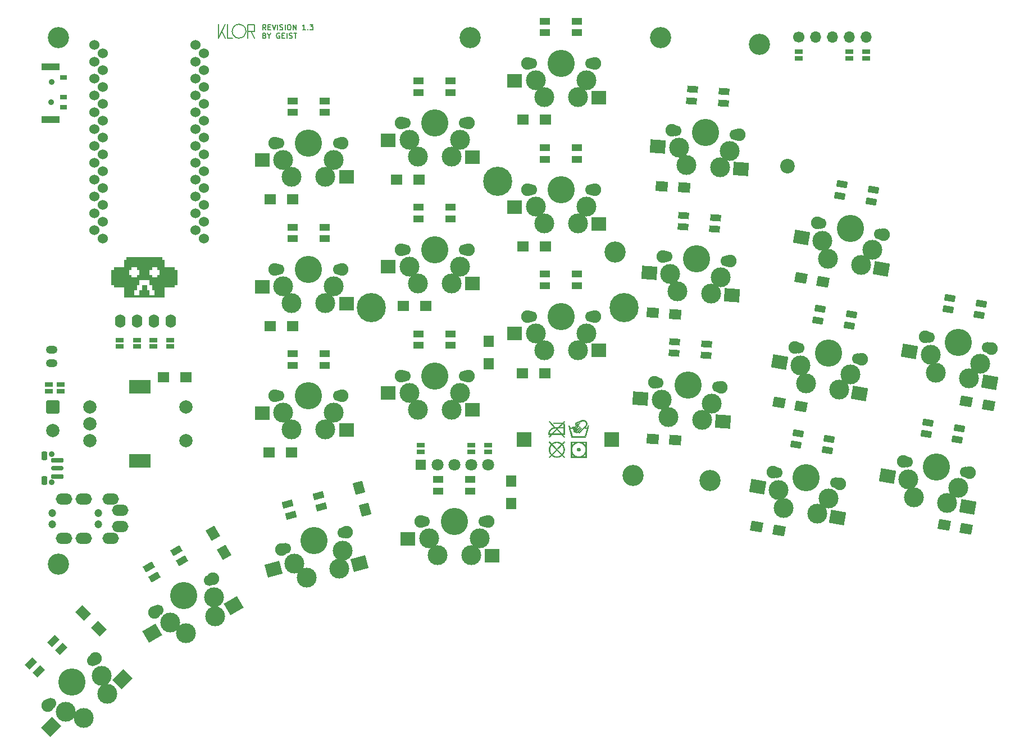
<source format=gts>
G04 #@! TF.GenerationSoftware,KiCad,Pcbnew,7.0.5*
G04 #@! TF.CreationDate,2023-06-17T21:44:30-05:00*
G04 #@! TF.ProjectId,klor1_3_pimoroni,6b6c6f72-315f-4335-9f70-696d6f726f6e,v1.3.0*
G04 #@! TF.SameCoordinates,Original*
G04 #@! TF.FileFunction,Soldermask,Top*
G04 #@! TF.FilePolarity,Negative*
%FSLAX46Y46*%
G04 Gerber Fmt 4.6, Leading zero omitted, Abs format (unit mm)*
G04 Created by KiCad (PCBNEW 7.0.5) date 2023-06-17 21:44:30*
%MOMM*%
%LPD*%
G01*
G04 APERTURE LIST*
G04 Aperture macros list*
%AMRoundRect*
0 Rectangle with rounded corners*
0 $1 Rounding radius*
0 $2 $3 $4 $5 $6 $7 $8 $9 X,Y pos of 4 corners*
0 Add a 4 corners polygon primitive as box body*
4,1,4,$2,$3,$4,$5,$6,$7,$8,$9,$2,$3,0*
0 Add four circle primitives for the rounded corners*
1,1,$1+$1,$2,$3*
1,1,$1+$1,$4,$5*
1,1,$1+$1,$6,$7*
1,1,$1+$1,$8,$9*
0 Add four rect primitives between the rounded corners*
20,1,$1+$1,$2,$3,$4,$5,0*
20,1,$1+$1,$4,$5,$6,$7,0*
20,1,$1+$1,$6,$7,$8,$9,0*
20,1,$1+$1,$8,$9,$2,$3,0*%
%AMRotRect*
0 Rectangle, with rotation*
0 The origin of the aperture is its center*
0 $1 length*
0 $2 width*
0 $3 Rotation angle, in degrees counterclockwise*
0 Add horizontal line*
21,1,$1,$2,0,0,$3*%
G04 Aperture macros list end*
%ADD10C,0.150000*%
%ADD11C,0.000000*%
%ADD12C,0.000001*%
%ADD13R,1.524000X1.524000*%
%ADD14C,1.800000*%
%ADD15R,1.143000X0.635000*%
%ADD16C,4.400000*%
%ADD17C,1.900000*%
%ADD18C,1.700000*%
%ADD19C,3.000000*%
%ADD20C,4.100000*%
%ADD21RotRect,1.600000X1.000000X225.000000*%
%ADD22RotRect,2.300000X2.000000X45.000000*%
%ADD23R,1.600000X1.000000*%
%ADD24R,2.300000X2.000000*%
%ADD25RotRect,1.600000X1.000000X176.000000*%
%ADD26RotRect,2.300000X2.000000X356.000000*%
%ADD27C,3.200000*%
%ADD28RotRect,1.800000X1.500000X350.000000*%
%ADD29R,1.800000X1.500000*%
%ADD30RotRect,1.800000X1.500000X356.000000*%
%ADD31RotRect,1.600000X1.000000X195.000000*%
%ADD32RotRect,2.300000X2.000000X15.000000*%
%ADD33RotRect,1.600000X1.000000X170.000000*%
%ADD34RotRect,2.300000X2.000000X350.000000*%
%ADD35RotRect,1.800000X1.500000X285.000000*%
%ADD36R,2.200000X2.200000*%
%ADD37C,2.200000*%
%ADD38C,2.000000*%
%ADD39R,3.200000X2.000000*%
%ADD40O,1.600000X2.000000*%
%ADD41C,1.200000*%
%ADD42O,2.500000X1.700000*%
%ADD43RotRect,1.800000X1.500000X300.000000*%
%ADD44O,1.750000X1.200000*%
%ADD45C,0.900000*%
%ADD46RoundRect,0.187500X-0.712500X0.187500X-0.712500X-0.187500X0.712500X-0.187500X0.712500X0.187500X0*%
%ADD47RoundRect,0.150000X-0.750000X0.150000X-0.750000X-0.150000X0.750000X-0.150000X0.750000X0.150000X0*%
%ADD48RoundRect,0.225000X-0.225000X0.425000X-0.225000X-0.425000X0.225000X-0.425000X0.225000X0.425000X0*%
%ADD49RotRect,1.600000X1.000000X210.000000*%
%ADD50RotRect,2.300000X2.000000X30.000000*%
%ADD51RotRect,1.800000X1.500000X315.000000*%
%ADD52R,1.500000X1.800000*%
%ADD53RoundRect,0.142858X-0.857142X0.857142X-0.857142X-0.857142X0.857142X-0.857142X0.857142X0.857142X0*%
%ADD54R,1.000000X0.700000*%
%ADD55R,2.800000X1.000000*%
%ADD56C,1.524000*%
%ADD57O,1.700000X1.700000*%
G04 APERTURE END LIST*
D10*
X110576959Y-55760934D02*
X110420394Y-55749088D01*
X110271242Y-55714714D01*
X110131248Y-55659555D01*
X109961848Y-55556693D01*
X109815963Y-55424115D01*
X109697726Y-55265956D01*
X109611272Y-55086350D01*
X109569776Y-54940057D01*
X109550227Y-54785770D01*
X109548890Y-54732866D01*
D11*
G36*
X98985966Y-89203149D02*
G01*
X99367075Y-89203149D01*
X99367075Y-90350004D01*
X100895037Y-90350004D01*
X100895037Y-90731111D01*
X101276146Y-90731111D01*
X101276146Y-93024822D01*
X100895037Y-93024822D01*
X100895037Y-93405929D01*
X99367075Y-93405929D01*
X99367075Y-94933895D01*
X94786711Y-94933895D01*
X94786711Y-94552785D01*
X95548929Y-94552785D01*
X95548929Y-93787038D01*
X95930037Y-93787038D01*
X95930037Y-93024822D01*
X96692255Y-93024822D01*
X96692255Y-93787038D01*
X97076891Y-93787038D01*
X97076891Y-94552785D01*
X97839109Y-94552785D01*
X97839109Y-93787038D01*
X97458000Y-93787038D01*
X97458000Y-93024822D01*
X97076891Y-93024822D01*
X97076891Y-92262603D01*
X97458000Y-91877965D01*
X97076891Y-92259076D01*
X95548929Y-92259076D01*
X95164289Y-91877965D01*
X95548929Y-92262603D01*
X95548929Y-93024822D01*
X95164289Y-93024822D01*
X95164289Y-93787038D01*
X94783182Y-93787038D01*
X94783182Y-94933895D01*
X93255218Y-94933895D01*
X93255218Y-93405929D01*
X91727257Y-93405929D01*
X91727257Y-93024822D01*
X91346146Y-93024822D01*
X91346146Y-91496858D01*
X94017437Y-91496858D01*
X94402075Y-91496858D01*
X94402075Y-91877965D01*
X95164289Y-91877965D01*
X95164289Y-91496858D01*
X95548929Y-91496858D01*
X97076891Y-91496858D01*
X97458000Y-91496858D01*
X97458000Y-91877965D01*
X98220221Y-91877965D01*
X98220221Y-91496858D01*
X98604856Y-91496858D01*
X98604856Y-90731111D01*
X98220221Y-90731111D01*
X98220221Y-90350004D01*
X97458000Y-90350004D01*
X97458000Y-90731111D01*
X97076891Y-90731111D01*
X97076891Y-91496858D01*
X95548929Y-91496858D01*
X95548929Y-90731111D01*
X95164289Y-90731111D01*
X95164289Y-90350004D01*
X94402075Y-90350004D01*
X94402075Y-90731111D01*
X94017437Y-90731111D01*
X94017437Y-91496858D01*
X91346146Y-91496858D01*
X91346146Y-90731111D01*
X91727257Y-90731111D01*
X91727257Y-90350004D01*
X93255218Y-90350004D01*
X93255218Y-89203149D01*
X93636328Y-89203149D01*
X93636328Y-88822040D01*
X98985966Y-88822040D01*
X98985966Y-89203149D01*
G37*
D10*
X112907248Y-53739067D02*
X112907248Y-54767135D01*
X108829242Y-55760935D02*
X109617428Y-55760935D01*
X111605027Y-54732866D02*
X111605027Y-54732866D01*
X112941516Y-55795204D02*
X112427481Y-54767135D01*
D12*
X163194805Y-114183094D02*
X163193363Y-114183038D01*
X163196891Y-114183038D01*
X163194805Y-114183094D01*
G36*
X163194805Y-114183094D02*
G01*
X163193363Y-114183038D01*
X163196891Y-114183038D01*
X163194805Y-114183094D01*
G37*
D10*
X108829242Y-53704798D02*
X108829242Y-55760935D01*
X112907248Y-54767135D02*
X111913449Y-54767135D01*
X107458484Y-55795204D02*
X108486553Y-53704798D01*
D12*
X159638469Y-113636433D02*
X159440975Y-113833916D01*
X159461011Y-113849033D01*
X159480092Y-113865255D01*
X159498170Y-113882531D01*
X159515200Y-113900809D01*
X159531135Y-113920038D01*
X159545928Y-113940165D01*
X159559533Y-113961140D01*
X159571903Y-113982910D01*
X159582992Y-114005424D01*
X159592753Y-114028630D01*
X159601140Y-114052477D01*
X159608106Y-114076913D01*
X159613606Y-114101886D01*
X159617591Y-114127344D01*
X159620017Y-114153237D01*
X159620835Y-114179511D01*
X159620835Y-115554838D01*
X159338701Y-115554838D01*
X159641995Y-115858116D01*
X159550302Y-115949804D01*
X159155313Y-115554838D01*
X158411183Y-115554838D01*
X158411183Y-115424359D01*
X159024826Y-115424359D01*
X158435870Y-114835437D01*
X157846914Y-115424359D01*
X158404130Y-115424359D01*
X158404130Y-115554838D01*
X157716427Y-115554838D01*
X157321439Y-115949804D01*
X157229745Y-115858116D01*
X157533040Y-115554838D01*
X157173318Y-115554838D01*
X157173318Y-115491362D01*
X157174436Y-115442698D01*
X157175459Y-115427885D01*
X157303805Y-115427885D01*
X157660000Y-115427885D01*
X158340650Y-114747275D01*
X158337123Y-114743748D01*
X158531090Y-114743748D01*
X159208213Y-115424359D01*
X159490348Y-115424359D01*
X159490348Y-114574477D01*
X158700372Y-114574477D01*
X158531090Y-114743748D01*
X158337123Y-114743748D01*
X158171369Y-114578003D01*
X158128323Y-114580992D01*
X158085840Y-114585959D01*
X158043967Y-114592858D01*
X158002749Y-114601642D01*
X157962235Y-114612265D01*
X157922469Y-114624681D01*
X157883499Y-114638843D01*
X157845371Y-114654704D01*
X157808132Y-114672219D01*
X157771828Y-114691340D01*
X157736505Y-114712021D01*
X157702210Y-114734216D01*
X157668990Y-114757877D01*
X157636891Y-114782960D01*
X157605959Y-114809416D01*
X157576241Y-114837200D01*
X157547784Y-114866265D01*
X157520634Y-114896565D01*
X157494838Y-114928052D01*
X157470441Y-114960682D01*
X157447491Y-114994406D01*
X157426034Y-115029179D01*
X157406116Y-115064955D01*
X157387784Y-115101686D01*
X157371085Y-115139326D01*
X157356065Y-115177829D01*
X157342770Y-115217148D01*
X157331247Y-115257237D01*
X157321543Y-115298049D01*
X157313703Y-115339537D01*
X157307775Y-115381656D01*
X157303805Y-115424359D01*
X157303805Y-115427885D01*
X157175459Y-115427885D01*
X157177756Y-115394601D01*
X157183230Y-115347118D01*
X157190807Y-115300298D01*
X157200437Y-115254192D01*
X157212071Y-115208847D01*
X157225659Y-115164314D01*
X157241152Y-115120641D01*
X157258499Y-115077877D01*
X157277650Y-115036071D01*
X157298558Y-114995272D01*
X157321170Y-114955530D01*
X157345438Y-114916893D01*
X157371312Y-114879411D01*
X157398743Y-114843132D01*
X157427680Y-114808106D01*
X157458074Y-114774382D01*
X157489875Y-114742009D01*
X157523033Y-114711036D01*
X157557499Y-114681511D01*
X157593223Y-114653485D01*
X157630155Y-114627006D01*
X157668246Y-114602123D01*
X157707445Y-114578885D01*
X157715682Y-114574477D01*
X158354756Y-114574477D01*
X158435870Y-114655586D01*
X158516984Y-114574477D01*
X158354756Y-114574477D01*
X157715682Y-114574477D01*
X157747703Y-114557342D01*
X157788971Y-114537542D01*
X157831198Y-114519535D01*
X157874336Y-114503369D01*
X157918333Y-114489094D01*
X157963141Y-114476758D01*
X158008709Y-114466412D01*
X158054988Y-114458103D01*
X158044363Y-114447524D01*
X158827332Y-114447524D01*
X159486821Y-114447524D01*
X159486821Y-114183038D01*
X159486657Y-114172841D01*
X159486167Y-114162752D01*
X159485357Y-114152774D01*
X159484231Y-114142910D01*
X159482796Y-114133166D01*
X159481056Y-114123544D01*
X159479016Y-114114049D01*
X159476682Y-114104684D01*
X159474059Y-114095453D01*
X159471151Y-114086361D01*
X159467964Y-114077411D01*
X159464504Y-114068606D01*
X159460775Y-114059952D01*
X159456782Y-114051451D01*
X159452532Y-114043108D01*
X159448028Y-114034926D01*
X159443276Y-114026909D01*
X159438281Y-114019062D01*
X159433049Y-114011387D01*
X159427584Y-114003890D01*
X159415978Y-113989441D01*
X159403503Y-113975747D01*
X159390203Y-113962838D01*
X159376116Y-113950745D01*
X159361287Y-113939499D01*
X159345754Y-113929131D01*
X158827332Y-114447524D01*
X158044363Y-114447524D01*
X157229745Y-113636433D01*
X157321439Y-113544745D01*
X158224269Y-114443997D01*
X158643944Y-114443997D01*
X159204687Y-113883287D01*
X157903341Y-113883287D01*
X157903341Y-113752807D01*
X159190580Y-113752807D01*
X159199135Y-113752890D01*
X159207608Y-113753138D01*
X159215997Y-113753551D01*
X159224304Y-113754130D01*
X159232528Y-113754874D01*
X159240670Y-113755783D01*
X159248729Y-113756857D01*
X159256705Y-113758097D01*
X159264599Y-113759502D01*
X159272410Y-113761072D01*
X159280139Y-113762808D01*
X159287784Y-113764709D01*
X159295347Y-113766775D01*
X159302828Y-113769007D01*
X159310226Y-113771404D01*
X159317541Y-113773966D01*
X159546775Y-113544745D01*
X159638469Y-113636433D01*
G36*
X159638469Y-113636433D02*
G01*
X159440975Y-113833916D01*
X159461011Y-113849033D01*
X159480092Y-113865255D01*
X159498170Y-113882531D01*
X159515200Y-113900809D01*
X159531135Y-113920038D01*
X159545928Y-113940165D01*
X159559533Y-113961140D01*
X159571903Y-113982910D01*
X159582992Y-114005424D01*
X159592753Y-114028630D01*
X159601140Y-114052477D01*
X159608106Y-114076913D01*
X159613606Y-114101886D01*
X159617591Y-114127344D01*
X159620017Y-114153237D01*
X159620835Y-114179511D01*
X159620835Y-115554838D01*
X159338701Y-115554838D01*
X159641995Y-115858116D01*
X159550302Y-115949804D01*
X159155313Y-115554838D01*
X158411183Y-115554838D01*
X158411183Y-115424359D01*
X159024826Y-115424359D01*
X158435870Y-114835437D01*
X157846914Y-115424359D01*
X158404130Y-115424359D01*
X158404130Y-115554838D01*
X157716427Y-115554838D01*
X157321439Y-115949804D01*
X157229745Y-115858116D01*
X157533040Y-115554838D01*
X157173318Y-115554838D01*
X157173318Y-115491362D01*
X157174436Y-115442698D01*
X157175459Y-115427885D01*
X157303805Y-115427885D01*
X157660000Y-115427885D01*
X158340650Y-114747275D01*
X158337123Y-114743748D01*
X158531090Y-114743748D01*
X159208213Y-115424359D01*
X159490348Y-115424359D01*
X159490348Y-114574477D01*
X158700372Y-114574477D01*
X158531090Y-114743748D01*
X158337123Y-114743748D01*
X158171369Y-114578003D01*
X158128323Y-114580992D01*
X158085840Y-114585959D01*
X158043967Y-114592858D01*
X158002749Y-114601642D01*
X157962235Y-114612265D01*
X157922469Y-114624681D01*
X157883499Y-114638843D01*
X157845371Y-114654704D01*
X157808132Y-114672219D01*
X157771828Y-114691340D01*
X157736505Y-114712021D01*
X157702210Y-114734216D01*
X157668990Y-114757877D01*
X157636891Y-114782960D01*
X157605959Y-114809416D01*
X157576241Y-114837200D01*
X157547784Y-114866265D01*
X157520634Y-114896565D01*
X157494838Y-114928052D01*
X157470441Y-114960682D01*
X157447491Y-114994406D01*
X157426034Y-115029179D01*
X157406116Y-115064955D01*
X157387784Y-115101686D01*
X157371085Y-115139326D01*
X157356065Y-115177829D01*
X157342770Y-115217148D01*
X157331247Y-115257237D01*
X157321543Y-115298049D01*
X157313703Y-115339537D01*
X157307775Y-115381656D01*
X157303805Y-115424359D01*
X157303805Y-115427885D01*
X157175459Y-115427885D01*
X157177756Y-115394601D01*
X157183230Y-115347118D01*
X157190807Y-115300298D01*
X157200437Y-115254192D01*
X157212071Y-115208847D01*
X157225659Y-115164314D01*
X157241152Y-115120641D01*
X157258499Y-115077877D01*
X157277650Y-115036071D01*
X157298558Y-114995272D01*
X157321170Y-114955530D01*
X157345438Y-114916893D01*
X157371312Y-114879411D01*
X157398743Y-114843132D01*
X157427680Y-114808106D01*
X157458074Y-114774382D01*
X157489875Y-114742009D01*
X157523033Y-114711036D01*
X157557499Y-114681511D01*
X157593223Y-114653485D01*
X157630155Y-114627006D01*
X157668246Y-114602123D01*
X157707445Y-114578885D01*
X157715682Y-114574477D01*
X158354756Y-114574477D01*
X158435870Y-114655586D01*
X158516984Y-114574477D01*
X158354756Y-114574477D01*
X157715682Y-114574477D01*
X157747703Y-114557342D01*
X157788971Y-114537542D01*
X157831198Y-114519535D01*
X157874336Y-114503369D01*
X157918333Y-114489094D01*
X157963141Y-114476758D01*
X158008709Y-114466412D01*
X158054988Y-114458103D01*
X158044363Y-114447524D01*
X158827332Y-114447524D01*
X159486821Y-114447524D01*
X159486821Y-114183038D01*
X159486657Y-114172841D01*
X159486167Y-114162752D01*
X159485357Y-114152774D01*
X159484231Y-114142910D01*
X159482796Y-114133166D01*
X159481056Y-114123544D01*
X159479016Y-114114049D01*
X159476682Y-114104684D01*
X159474059Y-114095453D01*
X159471151Y-114086361D01*
X159467964Y-114077411D01*
X159464504Y-114068606D01*
X159460775Y-114059952D01*
X159456782Y-114051451D01*
X159452532Y-114043108D01*
X159448028Y-114034926D01*
X159443276Y-114026909D01*
X159438281Y-114019062D01*
X159433049Y-114011387D01*
X159427584Y-114003890D01*
X159415978Y-113989441D01*
X159403503Y-113975747D01*
X159390203Y-113962838D01*
X159376116Y-113950745D01*
X159361287Y-113939499D01*
X159345754Y-113929131D01*
X158827332Y-114447524D01*
X158044363Y-114447524D01*
X157229745Y-113636433D01*
X157321439Y-113544745D01*
X158224269Y-114443997D01*
X158643944Y-114443997D01*
X159204687Y-113883287D01*
X157903341Y-113883287D01*
X157903341Y-113752807D01*
X159190580Y-113752807D01*
X159199135Y-113752890D01*
X159207608Y-113753138D01*
X159215997Y-113753551D01*
X159224304Y-113754130D01*
X159232528Y-113754874D01*
X159240670Y-113755783D01*
X159248729Y-113756857D01*
X159256705Y-113758097D01*
X159264599Y-113759502D01*
X159272410Y-113761072D01*
X159280139Y-113762808D01*
X159287784Y-113764709D01*
X159295347Y-113766775D01*
X159302828Y-113769007D01*
X159310226Y-113771404D01*
X159317541Y-113773966D01*
X159546775Y-113544745D01*
X159638469Y-113636433D01*
G37*
X161756046Y-117586388D02*
X161768016Y-117587271D01*
X161779793Y-117588726D01*
X161791363Y-117590740D01*
X161802715Y-117593299D01*
X161813833Y-117596389D01*
X161824705Y-117599997D01*
X161835316Y-117604109D01*
X161845654Y-117608712D01*
X161855704Y-117613792D01*
X161865453Y-117619336D01*
X161874888Y-117625330D01*
X161883995Y-117631760D01*
X161892760Y-117638613D01*
X161901170Y-117645876D01*
X161909211Y-117653535D01*
X161916870Y-117661576D01*
X161924133Y-117669985D01*
X161930987Y-117678750D01*
X161937418Y-117687856D01*
X161943412Y-117697290D01*
X161948956Y-117707039D01*
X161954036Y-117717088D01*
X161958640Y-117727425D01*
X161962752Y-117738036D01*
X161966360Y-117748907D01*
X161969451Y-117760025D01*
X161972009Y-117771376D01*
X161974023Y-117782946D01*
X161975478Y-117794722D01*
X161976362Y-117806691D01*
X161976659Y-117818838D01*
X161976362Y-117830986D01*
X161975478Y-117842955D01*
X161974023Y-117854731D01*
X161972009Y-117866301D01*
X161969451Y-117877652D01*
X161966360Y-117888770D01*
X161962752Y-117899641D01*
X161958640Y-117910251D01*
X161954036Y-117920588D01*
X161948956Y-117930638D01*
X161943412Y-117940387D01*
X161937418Y-117949821D01*
X161930987Y-117958927D01*
X161924133Y-117967692D01*
X161916870Y-117976101D01*
X161909211Y-117984142D01*
X161901170Y-117991801D01*
X161892760Y-117999063D01*
X161883995Y-118005917D01*
X161874888Y-118012347D01*
X161865453Y-118018341D01*
X161855704Y-118023885D01*
X161845654Y-118028965D01*
X161835316Y-118033568D01*
X161824705Y-118037680D01*
X161813833Y-118041288D01*
X161802715Y-118044378D01*
X161791363Y-118046937D01*
X161779793Y-118048950D01*
X161768016Y-118050406D01*
X161756046Y-118051289D01*
X161743898Y-118051586D01*
X161731750Y-118051289D01*
X161719780Y-118050406D01*
X161708003Y-118048950D01*
X161696432Y-118046937D01*
X161685081Y-118044378D01*
X161673963Y-118041288D01*
X161663091Y-118037680D01*
X161652480Y-118033568D01*
X161642142Y-118028965D01*
X161632092Y-118023885D01*
X161622343Y-118018341D01*
X161612908Y-118012347D01*
X161603801Y-118005917D01*
X161595036Y-117999063D01*
X161586626Y-117991801D01*
X161578585Y-117984142D01*
X161570926Y-117976101D01*
X161563663Y-117967692D01*
X161556809Y-117958927D01*
X161550378Y-117949821D01*
X161544384Y-117940387D01*
X161538840Y-117930638D01*
X161533759Y-117920588D01*
X161529156Y-117910251D01*
X161525044Y-117899641D01*
X161521436Y-117888770D01*
X161518345Y-117877652D01*
X161515787Y-117866301D01*
X161513773Y-117854731D01*
X161512318Y-117842955D01*
X161511434Y-117830986D01*
X161511137Y-117818838D01*
X161511434Y-117807001D01*
X161512318Y-117795303D01*
X161513773Y-117783760D01*
X161515787Y-117772388D01*
X161518345Y-117761202D01*
X161521436Y-117750217D01*
X161525044Y-117739449D01*
X161529156Y-117728913D01*
X161533759Y-117718626D01*
X161538840Y-117708602D01*
X161544384Y-117698856D01*
X161550378Y-117689406D01*
X161556809Y-117680265D01*
X161563663Y-117671450D01*
X161570926Y-117662975D01*
X161578585Y-117654857D01*
X161586626Y-117647111D01*
X161595036Y-117639753D01*
X161603801Y-117632797D01*
X161612908Y-117626260D01*
X161622343Y-117620156D01*
X161632092Y-117614502D01*
X161642142Y-117609313D01*
X161652480Y-117604605D01*
X161663091Y-117600392D01*
X161673963Y-117596691D01*
X161685081Y-117593517D01*
X161696432Y-117590885D01*
X161708003Y-117588811D01*
X161719780Y-117587310D01*
X161731750Y-117586398D01*
X161743898Y-117586091D01*
X161756046Y-117586388D01*
G36*
X161756046Y-117586388D02*
G01*
X161768016Y-117587271D01*
X161779793Y-117588726D01*
X161791363Y-117590740D01*
X161802715Y-117593299D01*
X161813833Y-117596389D01*
X161824705Y-117599997D01*
X161835316Y-117604109D01*
X161845654Y-117608712D01*
X161855704Y-117613792D01*
X161865453Y-117619336D01*
X161874888Y-117625330D01*
X161883995Y-117631760D01*
X161892760Y-117638613D01*
X161901170Y-117645876D01*
X161909211Y-117653535D01*
X161916870Y-117661576D01*
X161924133Y-117669985D01*
X161930987Y-117678750D01*
X161937418Y-117687856D01*
X161943412Y-117697290D01*
X161948956Y-117707039D01*
X161954036Y-117717088D01*
X161958640Y-117727425D01*
X161962752Y-117738036D01*
X161966360Y-117748907D01*
X161969451Y-117760025D01*
X161972009Y-117771376D01*
X161974023Y-117782946D01*
X161975478Y-117794722D01*
X161976362Y-117806691D01*
X161976659Y-117818838D01*
X161976362Y-117830986D01*
X161975478Y-117842955D01*
X161974023Y-117854731D01*
X161972009Y-117866301D01*
X161969451Y-117877652D01*
X161966360Y-117888770D01*
X161962752Y-117899641D01*
X161958640Y-117910251D01*
X161954036Y-117920588D01*
X161948956Y-117930638D01*
X161943412Y-117940387D01*
X161937418Y-117949821D01*
X161930987Y-117958927D01*
X161924133Y-117967692D01*
X161916870Y-117976101D01*
X161909211Y-117984142D01*
X161901170Y-117991801D01*
X161892760Y-117999063D01*
X161883995Y-118005917D01*
X161874888Y-118012347D01*
X161865453Y-118018341D01*
X161855704Y-118023885D01*
X161845654Y-118028965D01*
X161835316Y-118033568D01*
X161824705Y-118037680D01*
X161813833Y-118041288D01*
X161802715Y-118044378D01*
X161791363Y-118046937D01*
X161779793Y-118048950D01*
X161768016Y-118050406D01*
X161756046Y-118051289D01*
X161743898Y-118051586D01*
X161731750Y-118051289D01*
X161719780Y-118050406D01*
X161708003Y-118048950D01*
X161696432Y-118046937D01*
X161685081Y-118044378D01*
X161673963Y-118041288D01*
X161663091Y-118037680D01*
X161652480Y-118033568D01*
X161642142Y-118028965D01*
X161632092Y-118023885D01*
X161622343Y-118018341D01*
X161612908Y-118012347D01*
X161603801Y-118005917D01*
X161595036Y-117999063D01*
X161586626Y-117991801D01*
X161578585Y-117984142D01*
X161570926Y-117976101D01*
X161563663Y-117967692D01*
X161556809Y-117958927D01*
X161550378Y-117949821D01*
X161544384Y-117940387D01*
X161538840Y-117930638D01*
X161533759Y-117920588D01*
X161529156Y-117910251D01*
X161525044Y-117899641D01*
X161521436Y-117888770D01*
X161518345Y-117877652D01*
X161515787Y-117866301D01*
X161513773Y-117854731D01*
X161512318Y-117842955D01*
X161511434Y-117830986D01*
X161511137Y-117818838D01*
X161511434Y-117807001D01*
X161512318Y-117795303D01*
X161513773Y-117783760D01*
X161515787Y-117772388D01*
X161518345Y-117761202D01*
X161521436Y-117750217D01*
X161525044Y-117739449D01*
X161529156Y-117728913D01*
X161533759Y-117718626D01*
X161538840Y-117708602D01*
X161544384Y-117698856D01*
X161550378Y-117689406D01*
X161556809Y-117680265D01*
X161563663Y-117671450D01*
X161570926Y-117662975D01*
X161578585Y-117654857D01*
X161586626Y-117647111D01*
X161595036Y-117639753D01*
X161603801Y-117632797D01*
X161612908Y-117626260D01*
X161622343Y-117620156D01*
X161632092Y-117614502D01*
X161642142Y-117609313D01*
X161652480Y-117604605D01*
X161663091Y-117600392D01*
X161673963Y-117596691D01*
X161685081Y-117593517D01*
X161696432Y-117590885D01*
X161708003Y-117588811D01*
X161719780Y-117587310D01*
X161731750Y-117586398D01*
X161743898Y-117586091D01*
X161756046Y-117586388D01*
G37*
D10*
X110576959Y-53704797D02*
X110733523Y-53716642D01*
X110882674Y-53751016D01*
X111022668Y-53806175D01*
X111192068Y-53909037D01*
X111337953Y-54041615D01*
X111456190Y-54199774D01*
X111542644Y-54379381D01*
X111584140Y-54525674D01*
X111603689Y-54679961D01*
X111605027Y-54732866D01*
X109548890Y-54732866D02*
X109560735Y-54576301D01*
X109595109Y-54427149D01*
X109650268Y-54287155D01*
X109753130Y-54117755D01*
X109885708Y-53971870D01*
X110043867Y-53853633D01*
X110223474Y-53767179D01*
X110369767Y-53725683D01*
X110524054Y-53706134D01*
X110576959Y-53704797D01*
X108486554Y-55795204D02*
X107972519Y-54732866D01*
X111879180Y-53739067D02*
X112907248Y-53739067D01*
D12*
X159638469Y-116707997D02*
X159306960Y-117039486D01*
X159341129Y-117078652D01*
X159373506Y-117119404D01*
X159404033Y-117161674D01*
X159432654Y-117205396D01*
X159459311Y-117250503D01*
X159483949Y-117296926D01*
X159506510Y-117344600D01*
X159526937Y-117393457D01*
X159545174Y-117443429D01*
X159561164Y-117494450D01*
X159574850Y-117546453D01*
X159586174Y-117599370D01*
X159595082Y-117653134D01*
X159601514Y-117707679D01*
X159605415Y-117762936D01*
X159606728Y-117818838D01*
X159605415Y-117874702D01*
X159601514Y-117929854D01*
X159595082Y-117984240D01*
X159586174Y-118037811D01*
X159574850Y-118090513D01*
X159561164Y-118142296D01*
X159545174Y-118193108D01*
X159526937Y-118242898D01*
X159506510Y-118291612D01*
X159483949Y-118339201D01*
X159459311Y-118385612D01*
X159432654Y-118430793D01*
X159404033Y-118474693D01*
X159373506Y-118517261D01*
X159341129Y-118558444D01*
X159306960Y-118598191D01*
X159638469Y-118929679D01*
X159546775Y-119021368D01*
X159215267Y-118689879D01*
X159176099Y-118724046D01*
X159135345Y-118756421D01*
X159093072Y-118786946D01*
X159049347Y-118815565D01*
X159004238Y-118842221D01*
X158957812Y-118866858D01*
X158910136Y-118889417D01*
X158861276Y-118909843D01*
X158811301Y-118928079D01*
X158760277Y-118944068D01*
X158708271Y-118957753D01*
X158655351Y-118969077D01*
X158601584Y-118977984D01*
X158547036Y-118984416D01*
X158491776Y-118988317D01*
X158435870Y-118989630D01*
X158380003Y-118988317D01*
X158324849Y-118984416D01*
X158270459Y-118977984D01*
X158216885Y-118969077D01*
X158164180Y-118957753D01*
X158112393Y-118944068D01*
X158061579Y-118928079D01*
X158011787Y-118909843D01*
X157963069Y-118889417D01*
X157915478Y-118866857D01*
X157869064Y-118842221D01*
X157823881Y-118815565D01*
X157779978Y-118786946D01*
X157737408Y-118756421D01*
X157696223Y-118724046D01*
X157656473Y-118689879D01*
X157324965Y-119021368D01*
X157233272Y-118929679D01*
X157564780Y-118598191D01*
X157748167Y-118598191D01*
X157783206Y-118627854D01*
X157819520Y-118655978D01*
X157857065Y-118682511D01*
X157895792Y-118707401D01*
X157935656Y-118730597D01*
X157976609Y-118752047D01*
X158018607Y-118771699D01*
X158061601Y-118789502D01*
X158105546Y-118805404D01*
X158150395Y-118819353D01*
X158196101Y-118831298D01*
X158242619Y-118841187D01*
X158289901Y-118848969D01*
X158337901Y-118854591D01*
X158386573Y-118858002D01*
X158435870Y-118859150D01*
X158439397Y-118859150D01*
X158488113Y-118858002D01*
X158536353Y-118854591D01*
X158584056Y-118848969D01*
X158631160Y-118841187D01*
X158677603Y-118831298D01*
X158723322Y-118819353D01*
X158768256Y-118805404D01*
X158812343Y-118789502D01*
X158855521Y-118771699D01*
X158897728Y-118752047D01*
X158938901Y-118730597D01*
X158978979Y-118707401D01*
X159017900Y-118682511D01*
X159055602Y-118655978D01*
X159092022Y-118627854D01*
X159127100Y-118598191D01*
X158435870Y-117910527D01*
X157748167Y-118598191D01*
X157564780Y-118598191D01*
X157530611Y-118559025D01*
X157498234Y-118518273D01*
X157467707Y-118476003D01*
X157439087Y-118432281D01*
X157412429Y-118387174D01*
X157387791Y-118340751D01*
X157365230Y-118293077D01*
X157344803Y-118244220D01*
X157326566Y-118194248D01*
X157310576Y-118143226D01*
X157296890Y-118091224D01*
X157285566Y-118038307D01*
X157276659Y-117984543D01*
X157270226Y-117929998D01*
X157266325Y-117874741D01*
X157265012Y-117818839D01*
X157395499Y-117818839D01*
X157396648Y-117867552D01*
X157400059Y-117915789D01*
X157405681Y-117963490D01*
X157413463Y-118010591D01*
X157423353Y-118057031D01*
X157435298Y-118102748D01*
X157449248Y-118147679D01*
X157465151Y-118191764D01*
X157482955Y-118234939D01*
X157502608Y-118277143D01*
X157524059Y-118318314D01*
X157547256Y-118358390D01*
X157572148Y-118397309D01*
X157598683Y-118435008D01*
X157626808Y-118471427D01*
X157656473Y-118506502D01*
X158344177Y-117818839D01*
X158340650Y-117815312D01*
X158527564Y-117815312D01*
X159218794Y-118506502D01*
X159248459Y-118470845D01*
X159276584Y-118433989D01*
X159303119Y-118395976D01*
X159328011Y-118356847D01*
X159351208Y-118316644D01*
X159372659Y-118275408D01*
X159392312Y-118233179D01*
X159410116Y-118190001D01*
X159426019Y-118145913D01*
X159439969Y-118100957D01*
X159451914Y-118055175D01*
X159461804Y-118008607D01*
X159469586Y-117961296D01*
X159475208Y-117913282D01*
X159478619Y-117864607D01*
X159479768Y-117815312D01*
X159479768Y-117811786D01*
X159478619Y-117763073D01*
X159475208Y-117714835D01*
X159469586Y-117667135D01*
X159461804Y-117620033D01*
X159451914Y-117573593D01*
X159439969Y-117527877D01*
X159426019Y-117482945D01*
X159410116Y-117438861D01*
X159392312Y-117395685D01*
X159372659Y-117353481D01*
X159351208Y-117312310D01*
X159328011Y-117272234D01*
X159303119Y-117233316D01*
X159276584Y-117195616D01*
X159248459Y-117159197D01*
X159218794Y-117124122D01*
X158527564Y-117815312D01*
X158340650Y-117815312D01*
X157656473Y-117131175D01*
X157626808Y-117166250D01*
X157598683Y-117202669D01*
X157572148Y-117240369D01*
X157547256Y-117279287D01*
X157524059Y-117319363D01*
X157502608Y-117360534D01*
X157482955Y-117402738D01*
X157465151Y-117445913D01*
X157449248Y-117489998D01*
X157435298Y-117534930D01*
X157423353Y-117580646D01*
X157413463Y-117627086D01*
X157405681Y-117674188D01*
X157400059Y-117721888D01*
X157396648Y-117770126D01*
X157395499Y-117818839D01*
X157265012Y-117818839D01*
X157265012Y-117818838D01*
X157266325Y-117762974D01*
X157270226Y-117707823D01*
X157276659Y-117653437D01*
X157285566Y-117599866D01*
X157296890Y-117547163D01*
X157310576Y-117495380D01*
X157326566Y-117444568D01*
X157344803Y-117394779D01*
X157365230Y-117346064D01*
X157387791Y-117298476D01*
X157412429Y-117252065D01*
X157439087Y-117206884D01*
X157467707Y-117162984D01*
X157498234Y-117120416D01*
X157530611Y-117079233D01*
X157564780Y-117039486D01*
X157561253Y-117035960D01*
X157744640Y-117035960D01*
X158432343Y-117723623D01*
X159123573Y-117035960D01*
X159088534Y-117006296D01*
X159052220Y-116978172D01*
X159014676Y-116951639D01*
X158975948Y-116926749D01*
X158936085Y-116903553D01*
X158895131Y-116882103D01*
X158853134Y-116862451D01*
X158810139Y-116844648D01*
X158766194Y-116828746D01*
X158721345Y-116814797D01*
X158675639Y-116802852D01*
X158629121Y-116792963D01*
X158581839Y-116785182D01*
X158533839Y-116779560D01*
X158485167Y-116776149D01*
X158435870Y-116775000D01*
X158386533Y-116776149D01*
X158337750Y-116779560D01*
X158289576Y-116785182D01*
X158242068Y-116792963D01*
X158195283Y-116802852D01*
X158149279Y-116814797D01*
X158104111Y-116828746D01*
X158059838Y-116844648D01*
X158016514Y-116862451D01*
X157974198Y-116882103D01*
X157932947Y-116903553D01*
X157892816Y-116926749D01*
X157853863Y-116951639D01*
X157816145Y-116978172D01*
X157779719Y-117006296D01*
X157744640Y-117035960D01*
X157561253Y-117035960D01*
X157233272Y-116707997D01*
X157324965Y-116616309D01*
X157656473Y-116947798D01*
X157695641Y-116913631D01*
X157736395Y-116881256D01*
X157778668Y-116850731D01*
X157822393Y-116822112D01*
X157867502Y-116795456D01*
X157913928Y-116770819D01*
X157961605Y-116748260D01*
X158010464Y-116727833D01*
X158060440Y-116709597D01*
X158111464Y-116693609D01*
X158163469Y-116679924D01*
X158216389Y-116668600D01*
X158270157Y-116659693D01*
X158324704Y-116653261D01*
X158379964Y-116649360D01*
X158435870Y-116648047D01*
X158491737Y-116649360D01*
X158546892Y-116653261D01*
X158601281Y-116659693D01*
X158654855Y-116668600D01*
X158707561Y-116679924D01*
X158759347Y-116693609D01*
X158810162Y-116709598D01*
X158859954Y-116727834D01*
X158908671Y-116748260D01*
X158956262Y-116770819D01*
X159002676Y-116795456D01*
X159047860Y-116822112D01*
X159091762Y-116850731D01*
X159134332Y-116881256D01*
X159175518Y-116913631D01*
X159215267Y-116947798D01*
X159546775Y-116616309D01*
X159638469Y-116707997D01*
G36*
X159638469Y-116707997D02*
G01*
X159306960Y-117039486D01*
X159341129Y-117078652D01*
X159373506Y-117119404D01*
X159404033Y-117161674D01*
X159432654Y-117205396D01*
X159459311Y-117250503D01*
X159483949Y-117296926D01*
X159506510Y-117344600D01*
X159526937Y-117393457D01*
X159545174Y-117443429D01*
X159561164Y-117494450D01*
X159574850Y-117546453D01*
X159586174Y-117599370D01*
X159595082Y-117653134D01*
X159601514Y-117707679D01*
X159605415Y-117762936D01*
X159606728Y-117818838D01*
X159605415Y-117874702D01*
X159601514Y-117929854D01*
X159595082Y-117984240D01*
X159586174Y-118037811D01*
X159574850Y-118090513D01*
X159561164Y-118142296D01*
X159545174Y-118193108D01*
X159526937Y-118242898D01*
X159506510Y-118291612D01*
X159483949Y-118339201D01*
X159459311Y-118385612D01*
X159432654Y-118430793D01*
X159404033Y-118474693D01*
X159373506Y-118517261D01*
X159341129Y-118558444D01*
X159306960Y-118598191D01*
X159638469Y-118929679D01*
X159546775Y-119021368D01*
X159215267Y-118689879D01*
X159176099Y-118724046D01*
X159135345Y-118756421D01*
X159093072Y-118786946D01*
X159049347Y-118815565D01*
X159004238Y-118842221D01*
X158957812Y-118866858D01*
X158910136Y-118889417D01*
X158861276Y-118909843D01*
X158811301Y-118928079D01*
X158760277Y-118944068D01*
X158708271Y-118957753D01*
X158655351Y-118969077D01*
X158601584Y-118977984D01*
X158547036Y-118984416D01*
X158491776Y-118988317D01*
X158435870Y-118989630D01*
X158380003Y-118988317D01*
X158324849Y-118984416D01*
X158270459Y-118977984D01*
X158216885Y-118969077D01*
X158164180Y-118957753D01*
X158112393Y-118944068D01*
X158061579Y-118928079D01*
X158011787Y-118909843D01*
X157963069Y-118889417D01*
X157915478Y-118866857D01*
X157869064Y-118842221D01*
X157823881Y-118815565D01*
X157779978Y-118786946D01*
X157737408Y-118756421D01*
X157696223Y-118724046D01*
X157656473Y-118689879D01*
X157324965Y-119021368D01*
X157233272Y-118929679D01*
X157564780Y-118598191D01*
X157748167Y-118598191D01*
X157783206Y-118627854D01*
X157819520Y-118655978D01*
X157857065Y-118682511D01*
X157895792Y-118707401D01*
X157935656Y-118730597D01*
X157976609Y-118752047D01*
X158018607Y-118771699D01*
X158061601Y-118789502D01*
X158105546Y-118805404D01*
X158150395Y-118819353D01*
X158196101Y-118831298D01*
X158242619Y-118841187D01*
X158289901Y-118848969D01*
X158337901Y-118854591D01*
X158386573Y-118858002D01*
X158435870Y-118859150D01*
X158439397Y-118859150D01*
X158488113Y-118858002D01*
X158536353Y-118854591D01*
X158584056Y-118848969D01*
X158631160Y-118841187D01*
X158677603Y-118831298D01*
X158723322Y-118819353D01*
X158768256Y-118805404D01*
X158812343Y-118789502D01*
X158855521Y-118771699D01*
X158897728Y-118752047D01*
X158938901Y-118730597D01*
X158978979Y-118707401D01*
X159017900Y-118682511D01*
X159055602Y-118655978D01*
X159092022Y-118627854D01*
X159127100Y-118598191D01*
X158435870Y-117910527D01*
X157748167Y-118598191D01*
X157564780Y-118598191D01*
X157530611Y-118559025D01*
X157498234Y-118518273D01*
X157467707Y-118476003D01*
X157439087Y-118432281D01*
X157412429Y-118387174D01*
X157387791Y-118340751D01*
X157365230Y-118293077D01*
X157344803Y-118244220D01*
X157326566Y-118194248D01*
X157310576Y-118143226D01*
X157296890Y-118091224D01*
X157285566Y-118038307D01*
X157276659Y-117984543D01*
X157270226Y-117929998D01*
X157266325Y-117874741D01*
X157265012Y-117818839D01*
X157395499Y-117818839D01*
X157396648Y-117867552D01*
X157400059Y-117915789D01*
X157405681Y-117963490D01*
X157413463Y-118010591D01*
X157423353Y-118057031D01*
X157435298Y-118102748D01*
X157449248Y-118147679D01*
X157465151Y-118191764D01*
X157482955Y-118234939D01*
X157502608Y-118277143D01*
X157524059Y-118318314D01*
X157547256Y-118358390D01*
X157572148Y-118397309D01*
X157598683Y-118435008D01*
X157626808Y-118471427D01*
X157656473Y-118506502D01*
X158344177Y-117818839D01*
X158340650Y-117815312D01*
X158527564Y-117815312D01*
X159218794Y-118506502D01*
X159248459Y-118470845D01*
X159276584Y-118433989D01*
X159303119Y-118395976D01*
X159328011Y-118356847D01*
X159351208Y-118316644D01*
X159372659Y-118275408D01*
X159392312Y-118233179D01*
X159410116Y-118190001D01*
X159426019Y-118145913D01*
X159439969Y-118100957D01*
X159451914Y-118055175D01*
X159461804Y-118008607D01*
X159469586Y-117961296D01*
X159475208Y-117913282D01*
X159478619Y-117864607D01*
X159479768Y-117815312D01*
X159479768Y-117811786D01*
X159478619Y-117763073D01*
X159475208Y-117714835D01*
X159469586Y-117667135D01*
X159461804Y-117620033D01*
X159451914Y-117573593D01*
X159439969Y-117527877D01*
X159426019Y-117482945D01*
X159410116Y-117438861D01*
X159392312Y-117395685D01*
X159372659Y-117353481D01*
X159351208Y-117312310D01*
X159328011Y-117272234D01*
X159303119Y-117233316D01*
X159276584Y-117195616D01*
X159248459Y-117159197D01*
X159218794Y-117124122D01*
X158527564Y-117815312D01*
X158340650Y-117815312D01*
X157656473Y-117131175D01*
X157626808Y-117166250D01*
X157598683Y-117202669D01*
X157572148Y-117240369D01*
X157547256Y-117279287D01*
X157524059Y-117319363D01*
X157502608Y-117360534D01*
X157482955Y-117402738D01*
X157465151Y-117445913D01*
X157449248Y-117489998D01*
X157435298Y-117534930D01*
X157423353Y-117580646D01*
X157413463Y-117627086D01*
X157405681Y-117674188D01*
X157400059Y-117721888D01*
X157396648Y-117770126D01*
X157395499Y-117818839D01*
X157265012Y-117818839D01*
X157265012Y-117818838D01*
X157266325Y-117762974D01*
X157270226Y-117707823D01*
X157276659Y-117653437D01*
X157285566Y-117599866D01*
X157296890Y-117547163D01*
X157310576Y-117495380D01*
X157326566Y-117444568D01*
X157344803Y-117394779D01*
X157365230Y-117346064D01*
X157387791Y-117298476D01*
X157412429Y-117252065D01*
X157439087Y-117206884D01*
X157467707Y-117162984D01*
X157498234Y-117120416D01*
X157530611Y-117079233D01*
X157564780Y-117039486D01*
X157561253Y-117035960D01*
X157744640Y-117035960D01*
X158432343Y-117723623D01*
X159123573Y-117035960D01*
X159088534Y-117006296D01*
X159052220Y-116978172D01*
X159014676Y-116951639D01*
X158975948Y-116926749D01*
X158936085Y-116903553D01*
X158895131Y-116882103D01*
X158853134Y-116862451D01*
X158810139Y-116844648D01*
X158766194Y-116828746D01*
X158721345Y-116814797D01*
X158675639Y-116802852D01*
X158629121Y-116792963D01*
X158581839Y-116785182D01*
X158533839Y-116779560D01*
X158485167Y-116776149D01*
X158435870Y-116775000D01*
X158386533Y-116776149D01*
X158337750Y-116779560D01*
X158289576Y-116785182D01*
X158242068Y-116792963D01*
X158195283Y-116802852D01*
X158149279Y-116814797D01*
X158104111Y-116828746D01*
X158059838Y-116844648D01*
X158016514Y-116862451D01*
X157974198Y-116882103D01*
X157932947Y-116903553D01*
X157892816Y-116926749D01*
X157853863Y-116951639D01*
X157816145Y-116978172D01*
X157779719Y-117006296D01*
X157744640Y-117035960D01*
X157561253Y-117035960D01*
X157233272Y-116707997D01*
X157324965Y-116616309D01*
X157656473Y-116947798D01*
X157695641Y-116913631D01*
X157736395Y-116881256D01*
X157778668Y-116850731D01*
X157822393Y-116822112D01*
X157867502Y-116795456D01*
X157913928Y-116770819D01*
X157961605Y-116748260D01*
X158010464Y-116727833D01*
X158060440Y-116709597D01*
X158111464Y-116693609D01*
X158163469Y-116679924D01*
X158216389Y-116668600D01*
X158270157Y-116659693D01*
X158324704Y-116653261D01*
X158379964Y-116649360D01*
X158435870Y-116648047D01*
X158491737Y-116649360D01*
X158546892Y-116653261D01*
X158601281Y-116659693D01*
X158654855Y-116668600D01*
X158707561Y-116679924D01*
X158759347Y-116693609D01*
X158810162Y-116709598D01*
X158859954Y-116727834D01*
X158908671Y-116748260D01*
X158956262Y-116770819D01*
X159002676Y-116795456D01*
X159047860Y-116822112D01*
X159091762Y-116850731D01*
X159134332Y-116881256D01*
X159175518Y-116913631D01*
X159215267Y-116947798D01*
X159546775Y-116616309D01*
X159638469Y-116707997D01*
G37*
X162918283Y-118993156D02*
X160573039Y-118993156D01*
X160573039Y-118351337D01*
X160700000Y-118351337D01*
X160700000Y-118862676D01*
X161211369Y-118862676D01*
X161170832Y-118840739D01*
X161131247Y-118817273D01*
X161092653Y-118792319D01*
X161055093Y-118765919D01*
X161018607Y-118738113D01*
X160983236Y-118708944D01*
X160949024Y-118678452D01*
X160916009Y-118646680D01*
X160884235Y-118613667D01*
X160853741Y-118579456D01*
X160824570Y-118544088D01*
X160796763Y-118507604D01*
X160770361Y-118470046D01*
X160745406Y-118431454D01*
X160721938Y-118391871D01*
X160700000Y-118351337D01*
X160573039Y-118351337D01*
X160573039Y-117818838D01*
X160700000Y-117818838D01*
X160701363Y-117872406D01*
X160705408Y-117925288D01*
X160712068Y-117977417D01*
X160721277Y-118028726D01*
X160732968Y-118079149D01*
X160747075Y-118128620D01*
X160763532Y-118177072D01*
X160782271Y-118224439D01*
X160803226Y-118270653D01*
X160826331Y-118315649D01*
X160851519Y-118359360D01*
X160878724Y-118401720D01*
X160907879Y-118442662D01*
X160938918Y-118482119D01*
X160971774Y-118520025D01*
X161006380Y-118556314D01*
X161042671Y-118590918D01*
X161080579Y-118623772D01*
X161120039Y-118654809D01*
X161160983Y-118683962D01*
X161203345Y-118711166D01*
X161247058Y-118736353D01*
X161292057Y-118759456D01*
X161338274Y-118780410D01*
X161385644Y-118799148D01*
X161434098Y-118815604D01*
X161483572Y-118829710D01*
X161533998Y-118841400D01*
X161585311Y-118850609D01*
X161637442Y-118857269D01*
X161690327Y-118861313D01*
X161743898Y-118862676D01*
X162276427Y-118862676D01*
X162787796Y-118862676D01*
X162787796Y-118351337D01*
X162765857Y-118391871D01*
X162742390Y-118431454D01*
X162717434Y-118470046D01*
X162691032Y-118507604D01*
X162663225Y-118544088D01*
X162634054Y-118579456D01*
X162603561Y-118613667D01*
X162571786Y-118646680D01*
X162538772Y-118678452D01*
X162504559Y-118708944D01*
X162469189Y-118738113D01*
X162432703Y-118765919D01*
X162395142Y-118792319D01*
X162356549Y-118817273D01*
X162316963Y-118840739D01*
X162276427Y-118862676D01*
X161743898Y-118862676D01*
X161797469Y-118861313D01*
X161850354Y-118857269D01*
X161902485Y-118850609D01*
X161953798Y-118841400D01*
X162004224Y-118829710D01*
X162053698Y-118815604D01*
X162102152Y-118799148D01*
X162149521Y-118780410D01*
X162195739Y-118759456D01*
X162240737Y-118736353D01*
X162284451Y-118711166D01*
X162326813Y-118683962D01*
X162367757Y-118654809D01*
X162407216Y-118623772D01*
X162445125Y-118590918D01*
X162481415Y-118556314D01*
X162516022Y-118520025D01*
X162548878Y-118482119D01*
X162579916Y-118442662D01*
X162609071Y-118401720D01*
X162636276Y-118359360D01*
X162661465Y-118315649D01*
X162684570Y-118270653D01*
X162705525Y-118224439D01*
X162724264Y-118177072D01*
X162740720Y-118128620D01*
X162754827Y-118079149D01*
X162766518Y-118028726D01*
X162775727Y-117977417D01*
X162782388Y-117925288D01*
X162786433Y-117872406D01*
X162787796Y-117818838D01*
X162786433Y-117765270D01*
X162782388Y-117712389D01*
X162775727Y-117660260D01*
X162766518Y-117608951D01*
X162754827Y-117558528D01*
X162740720Y-117509057D01*
X162724264Y-117460605D01*
X162705525Y-117413238D01*
X162684570Y-117367024D01*
X162661465Y-117322027D01*
X162636276Y-117278316D01*
X162609071Y-117235957D01*
X162579916Y-117195015D01*
X162548878Y-117155558D01*
X162516022Y-117117652D01*
X162481415Y-117081363D01*
X162445125Y-117046759D01*
X162407216Y-117013905D01*
X162367757Y-116982868D01*
X162326813Y-116953714D01*
X162284451Y-116926511D01*
X162240737Y-116901324D01*
X162195739Y-116878221D01*
X162149521Y-116857267D01*
X162102152Y-116838529D01*
X162053698Y-116822073D01*
X162004224Y-116807967D01*
X161953798Y-116796276D01*
X161902485Y-116787068D01*
X161850354Y-116780408D01*
X161797469Y-116776363D01*
X161743898Y-116775000D01*
X162276427Y-116775000D01*
X162316963Y-116796938D01*
X162356549Y-116820404D01*
X162395142Y-116845358D01*
X162432703Y-116871758D01*
X162469189Y-116899563D01*
X162504559Y-116928733D01*
X162538772Y-116959224D01*
X162571786Y-116990997D01*
X162603561Y-117024010D01*
X162634054Y-117058221D01*
X162663225Y-117093589D01*
X162691032Y-117130073D01*
X162717434Y-117167631D01*
X162742390Y-117206223D01*
X162765857Y-117245806D01*
X162787796Y-117286340D01*
X162787796Y-116775000D01*
X162276427Y-116775000D01*
X161743898Y-116775000D01*
X161690327Y-116776363D01*
X161637442Y-116780408D01*
X161585311Y-116787068D01*
X161533998Y-116796276D01*
X161483572Y-116807967D01*
X161434098Y-116822073D01*
X161385644Y-116838529D01*
X161338274Y-116857267D01*
X161292057Y-116878221D01*
X161247058Y-116901324D01*
X161203345Y-116926511D01*
X161160983Y-116953714D01*
X161120039Y-116982868D01*
X161080579Y-117013905D01*
X161042671Y-117046759D01*
X161006380Y-117081363D01*
X160971774Y-117117652D01*
X160938918Y-117155558D01*
X160907879Y-117195015D01*
X160878724Y-117235957D01*
X160851519Y-117278316D01*
X160826331Y-117322027D01*
X160803226Y-117367024D01*
X160782271Y-117413238D01*
X160763532Y-117460605D01*
X160747075Y-117509057D01*
X160732968Y-117558528D01*
X160721277Y-117608951D01*
X160712068Y-117660260D01*
X160705408Y-117712389D01*
X160701363Y-117765270D01*
X160700000Y-117818838D01*
X160573039Y-117818838D01*
X160573039Y-117286340D01*
X160700000Y-117286340D01*
X160721938Y-117245806D01*
X160745406Y-117206223D01*
X160770361Y-117167631D01*
X160796763Y-117130073D01*
X160824570Y-117093589D01*
X160853741Y-117058221D01*
X160884235Y-117024010D01*
X160916009Y-116990997D01*
X160949024Y-116959224D01*
X160983236Y-116928733D01*
X161018607Y-116899563D01*
X161055093Y-116871758D01*
X161092653Y-116845358D01*
X161131247Y-116820404D01*
X161170832Y-116796938D01*
X161211369Y-116775000D01*
X160700000Y-116775000D01*
X160700000Y-117286340D01*
X160573039Y-117286340D01*
X160573039Y-116648047D01*
X162918283Y-116648047D01*
X162918283Y-118993156D01*
G36*
X162918283Y-118993156D02*
G01*
X160573039Y-118993156D01*
X160573039Y-118351337D01*
X160700000Y-118351337D01*
X160700000Y-118862676D01*
X161211369Y-118862676D01*
X161170832Y-118840739D01*
X161131247Y-118817273D01*
X161092653Y-118792319D01*
X161055093Y-118765919D01*
X161018607Y-118738113D01*
X160983236Y-118708944D01*
X160949024Y-118678452D01*
X160916009Y-118646680D01*
X160884235Y-118613667D01*
X160853741Y-118579456D01*
X160824570Y-118544088D01*
X160796763Y-118507604D01*
X160770361Y-118470046D01*
X160745406Y-118431454D01*
X160721938Y-118391871D01*
X160700000Y-118351337D01*
X160573039Y-118351337D01*
X160573039Y-117818838D01*
X160700000Y-117818838D01*
X160701363Y-117872406D01*
X160705408Y-117925288D01*
X160712068Y-117977417D01*
X160721277Y-118028726D01*
X160732968Y-118079149D01*
X160747075Y-118128620D01*
X160763532Y-118177072D01*
X160782271Y-118224439D01*
X160803226Y-118270653D01*
X160826331Y-118315649D01*
X160851519Y-118359360D01*
X160878724Y-118401720D01*
X160907879Y-118442662D01*
X160938918Y-118482119D01*
X160971774Y-118520025D01*
X161006380Y-118556314D01*
X161042671Y-118590918D01*
X161080579Y-118623772D01*
X161120039Y-118654809D01*
X161160983Y-118683962D01*
X161203345Y-118711166D01*
X161247058Y-118736353D01*
X161292057Y-118759456D01*
X161338274Y-118780410D01*
X161385644Y-118799148D01*
X161434098Y-118815604D01*
X161483572Y-118829710D01*
X161533998Y-118841400D01*
X161585311Y-118850609D01*
X161637442Y-118857269D01*
X161690327Y-118861313D01*
X161743898Y-118862676D01*
X162276427Y-118862676D01*
X162787796Y-118862676D01*
X162787796Y-118351337D01*
X162765857Y-118391871D01*
X162742390Y-118431454D01*
X162717434Y-118470046D01*
X162691032Y-118507604D01*
X162663225Y-118544088D01*
X162634054Y-118579456D01*
X162603561Y-118613667D01*
X162571786Y-118646680D01*
X162538772Y-118678452D01*
X162504559Y-118708944D01*
X162469189Y-118738113D01*
X162432703Y-118765919D01*
X162395142Y-118792319D01*
X162356549Y-118817273D01*
X162316963Y-118840739D01*
X162276427Y-118862676D01*
X161743898Y-118862676D01*
X161797469Y-118861313D01*
X161850354Y-118857269D01*
X161902485Y-118850609D01*
X161953798Y-118841400D01*
X162004224Y-118829710D01*
X162053698Y-118815604D01*
X162102152Y-118799148D01*
X162149521Y-118780410D01*
X162195739Y-118759456D01*
X162240737Y-118736353D01*
X162284451Y-118711166D01*
X162326813Y-118683962D01*
X162367757Y-118654809D01*
X162407216Y-118623772D01*
X162445125Y-118590918D01*
X162481415Y-118556314D01*
X162516022Y-118520025D01*
X162548878Y-118482119D01*
X162579916Y-118442662D01*
X162609071Y-118401720D01*
X162636276Y-118359360D01*
X162661465Y-118315649D01*
X162684570Y-118270653D01*
X162705525Y-118224439D01*
X162724264Y-118177072D01*
X162740720Y-118128620D01*
X162754827Y-118079149D01*
X162766518Y-118028726D01*
X162775727Y-117977417D01*
X162782388Y-117925288D01*
X162786433Y-117872406D01*
X162787796Y-117818838D01*
X162786433Y-117765270D01*
X162782388Y-117712389D01*
X162775727Y-117660260D01*
X162766518Y-117608951D01*
X162754827Y-117558528D01*
X162740720Y-117509057D01*
X162724264Y-117460605D01*
X162705525Y-117413238D01*
X162684570Y-117367024D01*
X162661465Y-117322027D01*
X162636276Y-117278316D01*
X162609071Y-117235957D01*
X162579916Y-117195015D01*
X162548878Y-117155558D01*
X162516022Y-117117652D01*
X162481415Y-117081363D01*
X162445125Y-117046759D01*
X162407216Y-117013905D01*
X162367757Y-116982868D01*
X162326813Y-116953714D01*
X162284451Y-116926511D01*
X162240737Y-116901324D01*
X162195739Y-116878221D01*
X162149521Y-116857267D01*
X162102152Y-116838529D01*
X162053698Y-116822073D01*
X162004224Y-116807967D01*
X161953798Y-116796276D01*
X161902485Y-116787068D01*
X161850354Y-116780408D01*
X161797469Y-116776363D01*
X161743898Y-116775000D01*
X162276427Y-116775000D01*
X162316963Y-116796938D01*
X162356549Y-116820404D01*
X162395142Y-116845358D01*
X162432703Y-116871758D01*
X162469189Y-116899563D01*
X162504559Y-116928733D01*
X162538772Y-116959224D01*
X162571786Y-116990997D01*
X162603561Y-117024010D01*
X162634054Y-117058221D01*
X162663225Y-117093589D01*
X162691032Y-117130073D01*
X162717434Y-117167631D01*
X162742390Y-117206223D01*
X162765857Y-117245806D01*
X162787796Y-117286340D01*
X162787796Y-116775000D01*
X162276427Y-116775000D01*
X161743898Y-116775000D01*
X161690327Y-116776363D01*
X161637442Y-116780408D01*
X161585311Y-116787068D01*
X161533998Y-116796276D01*
X161483572Y-116807967D01*
X161434098Y-116822073D01*
X161385644Y-116838529D01*
X161338274Y-116857267D01*
X161292057Y-116878221D01*
X161247058Y-116901324D01*
X161203345Y-116926511D01*
X161160983Y-116953714D01*
X161120039Y-116982868D01*
X161080579Y-117013905D01*
X161042671Y-117046759D01*
X161006380Y-117081363D01*
X160971774Y-117117652D01*
X160938918Y-117155558D01*
X160907879Y-117195015D01*
X160878724Y-117235957D01*
X160851519Y-117278316D01*
X160826331Y-117322027D01*
X160803226Y-117367024D01*
X160782271Y-117413238D01*
X160763532Y-117460605D01*
X160747075Y-117509057D01*
X160732968Y-117558528D01*
X160721277Y-117608951D01*
X160712068Y-117660260D01*
X160705408Y-117712389D01*
X160701363Y-117765270D01*
X160700000Y-117818838D01*
X160573039Y-117818838D01*
X160573039Y-117286340D01*
X160700000Y-117286340D01*
X160721938Y-117245806D01*
X160745406Y-117206223D01*
X160770361Y-117167631D01*
X160796763Y-117130073D01*
X160824570Y-117093589D01*
X160853741Y-117058221D01*
X160884235Y-117024010D01*
X160916009Y-116990997D01*
X160949024Y-116959224D01*
X160983236Y-116928733D01*
X161018607Y-116899563D01*
X161055093Y-116871758D01*
X161092653Y-116845358D01*
X161131247Y-116820404D01*
X161170832Y-116796938D01*
X161211369Y-116775000D01*
X160700000Y-116775000D01*
X160700000Y-117286340D01*
X160573039Y-117286340D01*
X160573039Y-116648047D01*
X162918283Y-116648047D01*
X162918283Y-118993156D01*
G37*
D10*
X111879180Y-54767135D02*
X111879180Y-53739067D01*
X107458484Y-53704798D02*
X107458484Y-55795204D01*
X111879180Y-55795204D02*
X111879180Y-54767135D01*
X111605027Y-54732866D02*
X111593181Y-54889430D01*
X111558807Y-55038581D01*
X111503648Y-55178575D01*
X111400786Y-55347975D01*
X111268208Y-55493860D01*
X111110049Y-55612097D01*
X110930443Y-55698551D01*
X110784150Y-55740047D01*
X110629863Y-55759596D01*
X110576959Y-55760934D01*
D12*
X162438565Y-113359687D02*
X162445665Y-113359935D01*
X162460805Y-113360927D01*
X162478094Y-113362580D01*
X162498607Y-113364894D01*
X162520291Y-113367940D01*
X162541693Y-113371777D01*
X162562798Y-113376391D01*
X162583592Y-113381769D01*
X162604060Y-113387896D01*
X162624188Y-113394758D01*
X162643962Y-113402340D01*
X162663369Y-113410628D01*
X162682393Y-113419609D01*
X162701021Y-113429268D01*
X162737030Y-113450563D01*
X162771282Y-113474399D01*
X162803665Y-113500664D01*
X162834064Y-113529242D01*
X162862365Y-113560022D01*
X162888455Y-113592888D01*
X162912221Y-113627727D01*
X162933548Y-113664426D01*
X162952323Y-113702872D01*
X162968432Y-113742949D01*
X162975452Y-113763565D01*
X162981762Y-113784545D01*
X162986419Y-113799588D01*
X162988303Y-113806676D01*
X162989918Y-113813639D01*
X162991285Y-113820602D01*
X162992425Y-113827690D01*
X162993359Y-113835025D01*
X162994106Y-113842732D01*
X162995125Y-113859759D01*
X162995649Y-113879760D01*
X162995869Y-113932658D01*
X162995690Y-113962460D01*
X162995451Y-113975159D01*
X162995098Y-113986602D01*
X162994621Y-113996950D01*
X162994010Y-114006362D01*
X162993254Y-114015000D01*
X162992343Y-114023024D01*
X162991267Y-114030592D01*
X162990015Y-114037867D01*
X162988577Y-114045007D01*
X162986943Y-114052172D01*
X162983044Y-114067222D01*
X162978236Y-114084296D01*
X162971564Y-114105445D01*
X162964695Y-114125374D01*
X162957516Y-114144271D01*
X162949913Y-114162320D01*
X162941773Y-114179708D01*
X162932982Y-114196620D01*
X162923427Y-114213244D01*
X162912993Y-114229764D01*
X162901567Y-114246366D01*
X162889036Y-114263238D01*
X162875286Y-114280563D01*
X162860203Y-114298530D01*
X162843673Y-114317323D01*
X162825584Y-114337128D01*
X162784269Y-114380521D01*
X162752254Y-114415124D01*
X162726520Y-114443116D01*
X162703156Y-114468683D01*
X162707175Y-114472302D01*
X162712496Y-114476479D01*
X162718933Y-114481111D01*
X162726299Y-114486095D01*
X162743079Y-114496702D01*
X162761346Y-114507474D01*
X162779613Y-114517585D01*
X162796392Y-114526208D01*
X162803759Y-114529704D01*
X162810196Y-114532517D01*
X162815517Y-114534546D01*
X162819536Y-114535686D01*
X162825103Y-114536925D01*
X162831177Y-114538000D01*
X162837684Y-114538909D01*
X162844553Y-114539653D01*
X162851712Y-114540232D01*
X162859087Y-114540645D01*
X162866607Y-114540893D01*
X162874199Y-114540975D01*
X162881792Y-114540893D01*
X162889312Y-114540645D01*
X162896687Y-114540232D01*
X162903846Y-114539653D01*
X162910715Y-114538909D01*
X162917222Y-114538000D01*
X162923295Y-114536925D01*
X162928863Y-114535686D01*
X162933081Y-114534387D01*
X162938967Y-114531911D01*
X162946290Y-114528402D01*
X162954817Y-114524004D01*
X162974551Y-114513122D01*
X162996311Y-114500421D01*
X163018235Y-114487059D01*
X163038465Y-114474193D01*
X163055141Y-114462980D01*
X163061565Y-114458355D01*
X163066403Y-114454577D01*
X163067187Y-114453968D01*
X163068208Y-114452187D01*
X163070922Y-114445375D01*
X163074462Y-114434678D01*
X163078747Y-114420634D01*
X163101670Y-114341729D01*
X163114675Y-114298089D01*
X163126357Y-114259739D01*
X163135394Y-114230645D01*
X163140464Y-114214776D01*
X163142570Y-114210933D01*
X163144914Y-114207337D01*
X163147485Y-114203990D01*
X163150273Y-114200891D01*
X163153267Y-114198039D01*
X163156458Y-114195436D01*
X163159835Y-114193080D01*
X163163387Y-114190972D01*
X163167105Y-114189113D01*
X163170978Y-114187501D01*
X163174995Y-114186137D01*
X163179147Y-114185021D01*
X163183423Y-114184154D01*
X163187812Y-114183534D01*
X163192305Y-114183162D01*
X163194805Y-114183094D01*
X163195707Y-114183129D01*
X163198104Y-114183400D01*
X163200547Y-114183843D01*
X163203027Y-114184450D01*
X163205535Y-114185214D01*
X163208063Y-114186129D01*
X163210602Y-114187188D01*
X163213145Y-114188383D01*
X163215683Y-114189706D01*
X163218207Y-114191152D01*
X163223181Y-114194382D01*
X163228000Y-114198014D01*
X163232597Y-114201993D01*
X163236905Y-114206260D01*
X163240856Y-114210761D01*
X163242677Y-114213080D01*
X163244383Y-114215436D01*
X163245967Y-114217822D01*
X163247420Y-114220231D01*
X163248734Y-114222655D01*
X163249899Y-114225088D01*
X163250908Y-114227522D01*
X163251753Y-114229950D01*
X163252424Y-114232365D01*
X163252914Y-114234760D01*
X163253215Y-114237128D01*
X163253316Y-114239461D01*
X163235904Y-114312911D01*
X163188073Y-114499098D01*
X163027609Y-115099922D01*
X162801901Y-115946278D01*
X160685892Y-115946278D01*
X160675312Y-115911013D01*
X160416983Y-114954455D01*
X160334414Y-114641480D01*
X160467239Y-114641480D01*
X160469278Y-114653478D01*
X160477599Y-114687875D01*
X160510441Y-114814278D01*
X160622413Y-115230402D01*
X160781113Y-115819324D01*
X162703155Y-115819324D01*
X162861856Y-115233929D01*
X162865383Y-115230402D01*
X162927376Y-115003495D01*
X162977796Y-114816922D01*
X163011686Y-114689859D01*
X163024084Y-114641480D01*
X163024033Y-114641170D01*
X163023882Y-114640900D01*
X163023634Y-114640671D01*
X163023292Y-114640481D01*
X163022341Y-114640217D01*
X163021053Y-114640102D01*
X163019456Y-114640132D01*
X163017575Y-114640302D01*
X163015435Y-114640606D01*
X163013063Y-114641039D01*
X163010484Y-114641596D01*
X163007725Y-114642272D01*
X163001767Y-114643959D01*
X162995395Y-114646060D01*
X162992119Y-114647253D01*
X162988817Y-114648533D01*
X162983600Y-114651016D01*
X162978485Y-114653189D01*
X162973412Y-114655073D01*
X162968318Y-114656688D01*
X162963142Y-114658055D01*
X162957821Y-114659195D01*
X162952293Y-114660128D01*
X162946497Y-114660875D01*
X162940370Y-114661457D01*
X162933851Y-114661895D01*
X162919386Y-114662418D01*
X162902607Y-114662611D01*
X162883017Y-114662639D01*
X162867120Y-114663088D01*
X162852386Y-114663093D01*
X162838654Y-114662623D01*
X162825764Y-114661647D01*
X162813555Y-114660133D01*
X162801869Y-114658052D01*
X162790544Y-114655370D01*
X162779421Y-114652059D01*
X162768339Y-114648087D01*
X162757138Y-114643422D01*
X162745658Y-114638034D01*
X162733739Y-114631892D01*
X162721221Y-114624965D01*
X162707943Y-114617221D01*
X162678469Y-114599162D01*
X162666629Y-114591420D01*
X162655160Y-114584174D01*
X162644435Y-114577590D01*
X162634827Y-114571832D01*
X162626705Y-114567066D01*
X162620444Y-114563456D01*
X162614989Y-114560371D01*
X162512274Y-114661316D01*
X162269374Y-114902439D01*
X162185333Y-114986159D01*
X162112822Y-115057770D01*
X162051471Y-115117727D01*
X162000905Y-115166485D01*
X161960755Y-115204498D01*
X161930647Y-115232220D01*
X161910210Y-115250108D01*
X161903502Y-115255505D01*
X161899072Y-115258614D01*
X161891481Y-115261754D01*
X161883306Y-115264558D01*
X161874624Y-115267021D01*
X161865514Y-115269138D01*
X161856052Y-115270904D01*
X161846317Y-115272313D01*
X161836385Y-115273361D01*
X161826335Y-115274042D01*
X161816243Y-115274351D01*
X161806187Y-115274283D01*
X161796245Y-115273833D01*
X161786494Y-115272995D01*
X161777012Y-115271765D01*
X161767876Y-115270137D01*
X161759163Y-115268106D01*
X161750952Y-115265667D01*
X161746440Y-115264299D01*
X161742135Y-115262822D01*
X161737995Y-115261211D01*
X161733980Y-115259440D01*
X161730047Y-115257483D01*
X161726155Y-115255315D01*
X161722263Y-115252908D01*
X161718330Y-115250239D01*
X161714314Y-115247279D01*
X161710175Y-115244005D01*
X161705869Y-115240390D01*
X161701358Y-115236408D01*
X161696598Y-115232034D01*
X161691549Y-115227241D01*
X161680418Y-115216296D01*
X161641625Y-115177505D01*
X161602831Y-115212770D01*
X161599368Y-115216733D01*
X161595620Y-115220677D01*
X161591634Y-115224578D01*
X161587457Y-115228418D01*
X161583136Y-115232176D01*
X161578716Y-115235829D01*
X161574245Y-115239359D01*
X161569769Y-115242745D01*
X161565334Y-115245965D01*
X161560986Y-115248999D01*
X161552741Y-115254426D01*
X161545406Y-115258862D01*
X161542195Y-115260656D01*
X161539351Y-115262140D01*
X161533042Y-115264700D01*
X161526071Y-115267079D01*
X161518522Y-115269261D01*
X161510476Y-115271232D01*
X161502018Y-115272976D01*
X161493229Y-115274476D01*
X161484191Y-115275719D01*
X161474989Y-115276687D01*
X161465704Y-115277366D01*
X161456419Y-115277741D01*
X161447216Y-115277795D01*
X161438179Y-115277514D01*
X161429390Y-115276881D01*
X161420932Y-115275881D01*
X161412886Y-115274499D01*
X161405337Y-115272720D01*
X161401691Y-115271987D01*
X161398028Y-115271113D01*
X161390672Y-115268959D01*
X161383307Y-115266288D01*
X161375967Y-115263132D01*
X161368688Y-115259521D01*
X161361509Y-115255487D01*
X161354463Y-115251060D01*
X161347588Y-115246271D01*
X161340919Y-115241152D01*
X161334494Y-115235733D01*
X161328347Y-115230046D01*
X161322515Y-115224120D01*
X161317035Y-115217989D01*
X161311942Y-115211681D01*
X161307273Y-115205229D01*
X161303063Y-115198664D01*
X161281903Y-115166925D01*
X161264269Y-115177505D01*
X161261578Y-115179367D01*
X161258773Y-115180997D01*
X161255823Y-115182410D01*
X161252698Y-115183621D01*
X161249365Y-115184646D01*
X161245796Y-115185501D01*
X161241957Y-115186201D01*
X161237819Y-115186762D01*
X161233351Y-115187198D01*
X161228520Y-115187526D01*
X161217651Y-115187919D01*
X161204963Y-115188064D01*
X161190209Y-115188084D01*
X161181975Y-115188042D01*
X161174429Y-115187912D01*
X161167512Y-115187689D01*
X161161169Y-115187368D01*
X161155343Y-115186944D01*
X161149976Y-115186411D01*
X161145013Y-115185764D01*
X161140395Y-115184999D01*
X161136067Y-115184109D01*
X161131971Y-115183091D01*
X161128051Y-115181938D01*
X161124249Y-115180646D01*
X161120510Y-115179209D01*
X161116776Y-115177622D01*
X161112990Y-115175880D01*
X161109096Y-115173979D01*
X161101296Y-115169538D01*
X161093768Y-115164818D01*
X161086517Y-115159830D01*
X161079546Y-115154583D01*
X161072859Y-115149088D01*
X161066460Y-115143356D01*
X161054542Y-115131220D01*
X161043823Y-115118257D01*
X161034333Y-115104551D01*
X161026103Y-115090183D01*
X161019165Y-115075237D01*
X161013550Y-115059795D01*
X161009288Y-115043939D01*
X161006410Y-115027754D01*
X161004948Y-115011320D01*
X161004933Y-114994720D01*
X161005477Y-114986385D01*
X161006395Y-114978038D01*
X161007689Y-114969692D01*
X161009365Y-114961357D01*
X161011426Y-114953041D01*
X161013875Y-114944757D01*
X161015156Y-114941456D01*
X161016355Y-114938180D01*
X161017471Y-114934955D01*
X161018504Y-114931808D01*
X161019454Y-114928765D01*
X161020322Y-114925851D01*
X161021810Y-114920513D01*
X161022967Y-114916001D01*
X161023794Y-114912523D01*
X161024455Y-114909492D01*
X161019129Y-114906687D01*
X161013751Y-114903583D01*
X161008353Y-114900210D01*
X161002964Y-114896599D01*
X160997618Y-114892781D01*
X160992343Y-114888788D01*
X160987172Y-114884650D01*
X160982135Y-114880399D01*
X160977263Y-114876065D01*
X160972588Y-114871679D01*
X160968140Y-114867273D01*
X160963950Y-114862877D01*
X160960050Y-114858522D01*
X160956470Y-114854240D01*
X160953241Y-114850061D01*
X160950395Y-114846016D01*
X160945349Y-114838938D01*
X160940779Y-114832206D01*
X160936663Y-114825753D01*
X160932982Y-114819512D01*
X160929713Y-114813416D01*
X160926838Y-114807397D01*
X160924334Y-114801388D01*
X160922181Y-114795323D01*
X160920359Y-114789133D01*
X160918847Y-114782753D01*
X160917625Y-114776114D01*
X160916671Y-114769150D01*
X160915965Y-114761793D01*
X160915486Y-114753976D01*
X160915214Y-114745633D01*
X160915131Y-114736988D01*
X161036937Y-114736988D01*
X161036970Y-114740573D01*
X161037275Y-114744124D01*
X161037841Y-114747634D01*
X161038658Y-114751093D01*
X161039718Y-114754493D01*
X161041011Y-114757826D01*
X161042526Y-114761083D01*
X161044254Y-114764257D01*
X161046186Y-114767338D01*
X161048312Y-114770319D01*
X161050621Y-114773190D01*
X161053105Y-114775944D01*
X161055754Y-114778572D01*
X161058557Y-114781066D01*
X161061506Y-114783417D01*
X161064591Y-114785616D01*
X161067801Y-114787657D01*
X161071128Y-114789529D01*
X161074561Y-114791225D01*
X161078091Y-114792737D01*
X161081708Y-114794055D01*
X161085403Y-114795172D01*
X161089165Y-114796080D01*
X161092986Y-114796768D01*
X161096855Y-114797231D01*
X161100762Y-114797458D01*
X161104699Y-114797442D01*
X161108656Y-114797174D01*
X161112621Y-114796645D01*
X161115914Y-114795255D01*
X161120612Y-114792299D01*
X161134884Y-114781052D01*
X161156760Y-114761621D01*
X161187563Y-114732728D01*
X161281241Y-114641425D01*
X161426496Y-114496894D01*
X161722737Y-114200670D01*
X161765058Y-114242988D01*
X161769601Y-114246951D01*
X161773964Y-114250888D01*
X161778130Y-114254773D01*
X161782085Y-114258581D01*
X161785812Y-114262286D01*
X161789297Y-114265862D01*
X161792523Y-114269282D01*
X161795475Y-114272522D01*
X161798138Y-114275555D01*
X161800497Y-114278356D01*
X161802535Y-114280898D01*
X161804237Y-114283157D01*
X161805588Y-114285105D01*
X161806572Y-114286718D01*
X161807174Y-114287969D01*
X161807327Y-114288450D01*
X161807378Y-114288832D01*
X161800504Y-114296870D01*
X161780818Y-114317430D01*
X161708631Y-114390659D01*
X161472343Y-114627374D01*
X161342021Y-114758350D01*
X161233851Y-114868497D01*
X161191689Y-114912144D01*
X161159405Y-114946245D01*
X161138445Y-114969353D01*
X161132663Y-114976333D01*
X161130255Y-114980022D01*
X161128435Y-114983998D01*
X161126938Y-114987984D01*
X161125757Y-114991970D01*
X161124882Y-114995946D01*
X161124308Y-114999902D01*
X161124025Y-115003826D01*
X161124026Y-115007709D01*
X161124304Y-115011540D01*
X161124850Y-115015309D01*
X161125657Y-115019006D01*
X161126717Y-115022621D01*
X161128023Y-115026142D01*
X161129567Y-115029560D01*
X161131340Y-115032864D01*
X161133335Y-115036045D01*
X161135545Y-115039091D01*
X161137961Y-115041992D01*
X161140577Y-115044739D01*
X161143383Y-115047320D01*
X161146373Y-115049725D01*
X161149538Y-115051945D01*
X161152872Y-115053968D01*
X161156365Y-115055785D01*
X161160011Y-115057384D01*
X161163802Y-115058757D01*
X161167729Y-115059891D01*
X161171786Y-115060778D01*
X161175964Y-115061407D01*
X161180256Y-115061767D01*
X161184653Y-115061848D01*
X161189149Y-115061639D01*
X161193735Y-115061131D01*
X161198435Y-115060156D01*
X161203564Y-115058287D01*
X161209551Y-115055126D01*
X161216824Y-115050276D01*
X161236944Y-115033918D01*
X161267355Y-115006030D01*
X161311487Y-114963430D01*
X161372770Y-114902935D01*
X161560510Y-114715536D01*
X161902598Y-114373468D01*
X161948445Y-114419312D01*
X161994292Y-114465156D01*
X161694524Y-114764907D01*
X161598615Y-114860852D01*
X161559474Y-114900089D01*
X161525684Y-114934068D01*
X161496854Y-114963211D01*
X161472591Y-114987943D01*
X161452502Y-115008687D01*
X161443900Y-115017696D01*
X161436195Y-115025866D01*
X161429336Y-115033252D01*
X161423276Y-115039905D01*
X161417965Y-115045879D01*
X161413354Y-115051227D01*
X161409393Y-115056001D01*
X161406035Y-115060255D01*
X161403230Y-115064041D01*
X161400928Y-115067413D01*
X161399080Y-115070423D01*
X161397639Y-115073124D01*
X161396553Y-115075570D01*
X161395775Y-115077813D01*
X161395256Y-115079906D01*
X161394945Y-115081903D01*
X161394795Y-115083855D01*
X161394756Y-115085817D01*
X161394828Y-115090052D01*
X161395044Y-115094164D01*
X161395401Y-115098150D01*
X161395899Y-115102010D01*
X161396537Y-115105743D01*
X161397313Y-115109349D01*
X161398226Y-115112828D01*
X161399274Y-115116177D01*
X161400457Y-115119398D01*
X161401773Y-115122489D01*
X161403221Y-115125450D01*
X161404799Y-115128279D01*
X161406506Y-115130977D01*
X161408341Y-115133542D01*
X161410303Y-115135974D01*
X161412389Y-115138273D01*
X161414600Y-115140437D01*
X161416934Y-115142467D01*
X161419389Y-115144360D01*
X161421964Y-115146118D01*
X161424658Y-115147739D01*
X161427469Y-115149222D01*
X161430397Y-115150567D01*
X161433439Y-115151773D01*
X161436596Y-115152839D01*
X161439864Y-115153766D01*
X161443244Y-115154552D01*
X161446733Y-115155196D01*
X161450331Y-115155698D01*
X161454036Y-115156058D01*
X161457847Y-115156274D01*
X161461763Y-115156346D01*
X161464669Y-115155963D01*
X161468314Y-115154604D01*
X161479121Y-115147695D01*
X161496789Y-115133100D01*
X161523921Y-115108298D01*
X161563121Y-115070767D01*
X161616992Y-115017987D01*
X161779164Y-114856595D01*
X162078932Y-114556845D01*
X162124779Y-114602689D01*
X162170626Y-114648533D01*
X161959025Y-114860122D01*
X161750951Y-115071711D01*
X161750951Y-115096396D01*
X161751714Y-115100942D01*
X161752678Y-115105319D01*
X161753835Y-115109526D01*
X161755180Y-115113560D01*
X161756706Y-115117419D01*
X161758406Y-115121099D01*
X161760273Y-115124598D01*
X161762302Y-115127914D01*
X161764487Y-115131044D01*
X161766819Y-115133985D01*
X161769294Y-115136736D01*
X161771904Y-115139292D01*
X161774644Y-115141653D01*
X161777506Y-115143814D01*
X161780484Y-115145774D01*
X161783573Y-115147530D01*
X161786764Y-115149079D01*
X161790053Y-115150419D01*
X161793431Y-115151548D01*
X161796894Y-115152462D01*
X161800434Y-115153159D01*
X161804046Y-115153636D01*
X161807721Y-115153891D01*
X161811455Y-115153922D01*
X161815241Y-115153725D01*
X161819072Y-115153298D01*
X161822941Y-115152639D01*
X161826843Y-115151745D01*
X161830771Y-115150614D01*
X161834718Y-115149242D01*
X161838678Y-115147627D01*
X161842644Y-115145767D01*
X161855883Y-115134857D01*
X161886397Y-115106094D01*
X161991647Y-115002944D01*
X162325800Y-114669692D01*
X162544179Y-114450609D01*
X162626401Y-114367434D01*
X162692134Y-114300293D01*
X162742493Y-114248030D01*
X162778593Y-114209486D01*
X162791645Y-114194998D01*
X162801551Y-114183506D01*
X162808450Y-114174866D01*
X162812482Y-114168932D01*
X162825286Y-114145292D01*
X162836600Y-114121351D01*
X162846442Y-114097161D01*
X162854830Y-114072773D01*
X162861781Y-114048238D01*
X162867314Y-114023607D01*
X162871447Y-113998930D01*
X162874199Y-113974259D01*
X162875586Y-113949645D01*
X162875628Y-113925139D01*
X162874342Y-113900792D01*
X162871747Y-113876654D01*
X162867860Y-113852778D01*
X162862699Y-113829213D01*
X162856283Y-113806011D01*
X162848630Y-113783223D01*
X162839758Y-113760900D01*
X162829685Y-113739093D01*
X162818428Y-113717853D01*
X162806007Y-113697231D01*
X162792439Y-113677278D01*
X162777742Y-113658044D01*
X162761934Y-113639582D01*
X162745034Y-113621942D01*
X162727059Y-113605175D01*
X162708028Y-113589331D01*
X162687958Y-113574463D01*
X162666869Y-113560621D01*
X162644776Y-113547856D01*
X162621700Y-113536219D01*
X162597658Y-113525761D01*
X162572668Y-113516533D01*
X162560171Y-113512153D01*
X162546590Y-113508268D01*
X162532078Y-113504879D01*
X162516792Y-113501986D01*
X162500886Y-113499589D01*
X162484514Y-113497688D01*
X162467833Y-113496283D01*
X162450997Y-113495374D01*
X162434161Y-113494961D01*
X162417480Y-113495044D01*
X162401109Y-113495622D01*
X162385203Y-113496697D01*
X162369916Y-113498267D01*
X162355405Y-113500333D01*
X162341823Y-113502896D01*
X162329327Y-113505954D01*
X162296154Y-113514770D01*
X162270682Y-113523806D01*
X162230580Y-113539455D01*
X162080365Y-113601169D01*
X161793271Y-113721069D01*
X161642113Y-113783368D01*
X161581916Y-113808218D01*
X161530919Y-113829343D01*
X161488333Y-113847100D01*
X161453366Y-113861846D01*
X161438494Y-113868201D01*
X161425229Y-113873936D01*
X161413475Y-113879097D01*
X161403132Y-113883728D01*
X161394101Y-113887873D01*
X161386283Y-113891577D01*
X161379579Y-113894885D01*
X161373892Y-113897841D01*
X161369121Y-113900489D01*
X161365169Y-113902875D01*
X161361936Y-113905042D01*
X161359324Y-113907036D01*
X161357233Y-113908900D01*
X161355565Y-113910680D01*
X161354222Y-113912420D01*
X161353104Y-113914164D01*
X161348909Y-113922078D01*
X161347638Y-113924413D01*
X161346471Y-113926784D01*
X161345406Y-113929190D01*
X161344446Y-113931625D01*
X161343588Y-113934085D01*
X161342834Y-113936568D01*
X161342183Y-113939069D01*
X161341635Y-113941584D01*
X161341191Y-113944110D01*
X161340850Y-113946641D01*
X161340612Y-113949176D01*
X161340478Y-113951709D01*
X161340447Y-113954237D01*
X161340519Y-113956756D01*
X161340695Y-113959262D01*
X161340974Y-113961751D01*
X161341356Y-113964220D01*
X161341842Y-113966664D01*
X161342431Y-113969079D01*
X161343123Y-113971463D01*
X161343919Y-113973810D01*
X161344817Y-113976117D01*
X161345820Y-113978380D01*
X161346925Y-113980596D01*
X161348134Y-113982760D01*
X161349446Y-113984868D01*
X161350862Y-113986917D01*
X161352381Y-113988902D01*
X161354003Y-113990821D01*
X161355728Y-113992668D01*
X161357557Y-113994441D01*
X161359489Y-113996134D01*
X161370634Y-114005095D01*
X161376274Y-114008214D01*
X161382523Y-114010295D01*
X161389805Y-114011240D01*
X161398544Y-114010950D01*
X161409164Y-114009327D01*
X161422088Y-114006273D01*
X161437739Y-114001690D01*
X161456542Y-113995480D01*
X161505295Y-113977786D01*
X161659257Y-113918552D01*
X161755029Y-113880807D01*
X161835591Y-113849345D01*
X161867483Y-113837105D01*
X161892349Y-113827800D01*
X161909115Y-113821884D01*
X161914124Y-113820338D01*
X161916705Y-113819810D01*
X161910223Y-113827759D01*
X161886673Y-113852981D01*
X161795475Y-113947645D01*
X161657329Y-114088594D01*
X161486450Y-114260620D01*
X161486450Y-114264147D01*
X161285539Y-114465762D01*
X161208352Y-114543903D01*
X161146125Y-114607538D01*
X161098446Y-114657122D01*
X161064901Y-114693110D01*
X161053300Y-114706147D01*
X161045077Y-114715956D01*
X161040182Y-114722593D01*
X161038965Y-114724740D01*
X161038561Y-114726116D01*
X161037723Y-114729751D01*
X161037184Y-114733378D01*
X161036937Y-114736988D01*
X160915131Y-114736988D01*
X160915128Y-114736695D01*
X160915341Y-114725149D01*
X160916009Y-114714248D01*
X160917174Y-114703895D01*
X160918875Y-114693992D01*
X160921155Y-114684439D01*
X160924055Y-114675140D01*
X160927616Y-114665996D01*
X160931879Y-114656908D01*
X160936887Y-114647780D01*
X160942680Y-114638511D01*
X160949299Y-114629006D01*
X160956786Y-114619164D01*
X160965183Y-114608888D01*
X160974530Y-114598081D01*
X160984869Y-114586643D01*
X160996241Y-114574477D01*
X161013627Y-114555825D01*
X161020511Y-114548225D01*
X161026218Y-114541637D01*
X161028636Y-114538690D01*
X161030768Y-114535958D01*
X161032615Y-114533427D01*
X161034181Y-114531085D01*
X161035467Y-114528918D01*
X161036478Y-114526914D01*
X161037214Y-114525060D01*
X161037680Y-114523343D01*
X161037877Y-114521750D01*
X161037807Y-114520268D01*
X161037474Y-114518884D01*
X161036881Y-114517585D01*
X161036029Y-114516358D01*
X161034921Y-114515191D01*
X161033560Y-114514071D01*
X161031949Y-114512984D01*
X161030090Y-114511918D01*
X161027985Y-114510859D01*
X161025637Y-114509795D01*
X161023050Y-114508714D01*
X161017164Y-114506444D01*
X161010348Y-114503947D01*
X161004615Y-114502143D01*
X160999203Y-114500751D01*
X160993935Y-114499856D01*
X160988637Y-114499539D01*
X160983132Y-114499884D01*
X160977244Y-114500972D01*
X160970799Y-114502887D01*
X160963619Y-114505711D01*
X160955531Y-114509526D01*
X160946358Y-114514417D01*
X160935924Y-114520464D01*
X160924054Y-114527751D01*
X160895304Y-114546375D01*
X160858701Y-114570950D01*
X160815402Y-114599341D01*
X160796631Y-114611166D01*
X160779461Y-114621533D01*
X160763654Y-114630537D01*
X160748974Y-114638270D01*
X160735182Y-114644826D01*
X160722042Y-114650296D01*
X160709314Y-114654775D01*
X160696763Y-114658355D01*
X160684149Y-114661129D01*
X160671236Y-114663190D01*
X160657785Y-114664631D01*
X160643559Y-114665546D01*
X160628321Y-114666026D01*
X160611833Y-114666165D01*
X160592243Y-114665993D01*
X160583533Y-114665770D01*
X160575464Y-114665449D01*
X160567973Y-114665025D01*
X160560999Y-114664492D01*
X160554480Y-114663845D01*
X160548353Y-114663080D01*
X160542556Y-114662190D01*
X160537029Y-114661172D01*
X160531708Y-114660019D01*
X160526531Y-114658727D01*
X160521437Y-114657290D01*
X160516364Y-114655703D01*
X160511250Y-114653961D01*
X160506032Y-114652059D01*
X160502110Y-114650778D01*
X160498290Y-114649580D01*
X160494595Y-114648464D01*
X160491044Y-114647431D01*
X160484459Y-114645613D01*
X160478701Y-114644125D01*
X160473934Y-114642968D01*
X160470325Y-114642141D01*
X160467239Y-114641480D01*
X160334414Y-114641480D01*
X160227424Y-114235935D01*
X160227525Y-114233601D01*
X160227826Y-114231233D01*
X160228316Y-114228838D01*
X160228987Y-114226423D01*
X160229832Y-114223995D01*
X160230841Y-114221561D01*
X160232006Y-114219129D01*
X160233320Y-114216705D01*
X160234773Y-114214296D01*
X160236356Y-114211910D01*
X160239884Y-114207234D01*
X160243835Y-114202734D01*
X160248143Y-114198466D01*
X160252740Y-114194488D01*
X160257559Y-114190855D01*
X160262533Y-114187626D01*
X160267595Y-114184856D01*
X160270138Y-114183661D01*
X160272677Y-114182603D01*
X160275205Y-114181688D01*
X160277713Y-114180923D01*
X160280193Y-114180316D01*
X160282636Y-114179874D01*
X160285033Y-114179603D01*
X160287377Y-114179511D01*
X160290011Y-114179552D01*
X160292622Y-114179674D01*
X160295208Y-114179875D01*
X160297764Y-114180152D01*
X160300290Y-114180504D01*
X160302782Y-114180929D01*
X160305238Y-114181426D01*
X160307656Y-114181991D01*
X160310031Y-114182623D01*
X160312363Y-114183321D01*
X160314649Y-114184082D01*
X160316885Y-114184904D01*
X160319070Y-114185786D01*
X160321201Y-114186725D01*
X160323275Y-114187720D01*
X160325289Y-114188768D01*
X160327241Y-114189868D01*
X160329129Y-114191018D01*
X160330950Y-114192215D01*
X160332700Y-114193459D01*
X160334379Y-114194746D01*
X160335983Y-114196075D01*
X160337509Y-114197444D01*
X160338955Y-114198852D01*
X160340318Y-114200295D01*
X160341596Y-114201773D01*
X160342787Y-114203283D01*
X160343887Y-114204823D01*
X160344894Y-114206392D01*
X160345805Y-114207987D01*
X160346618Y-114209607D01*
X160347331Y-114211250D01*
X160351849Y-114227119D01*
X160359674Y-114256212D01*
X160370144Y-114294563D01*
X160382598Y-114338203D01*
X160389176Y-114360264D01*
X160395547Y-114381127D01*
X160406844Y-114417108D01*
X160417865Y-114451050D01*
X160417946Y-114451422D01*
X160418188Y-114451873D01*
X160419132Y-114453006D01*
X160420654Y-114454429D01*
X160422714Y-114456120D01*
X160428279Y-114460225D01*
X160435498Y-114465156D01*
X160444039Y-114470749D01*
X160453572Y-114476838D01*
X160474291Y-114489842D01*
X160485373Y-114496826D01*
X160496154Y-114503238D01*
X160506667Y-114509081D01*
X160516942Y-114514362D01*
X160527011Y-114519084D01*
X160536904Y-114523253D01*
X160546652Y-114526876D01*
X160556287Y-114529955D01*
X160565839Y-114532498D01*
X160575339Y-114534508D01*
X160584819Y-114535991D01*
X160594309Y-114536953D01*
X160603840Y-114537398D01*
X160613444Y-114537332D01*
X160623151Y-114536759D01*
X160632992Y-114535686D01*
X160648793Y-114533062D01*
X160655945Y-114531602D01*
X160662859Y-114529900D01*
X160669731Y-114527847D01*
X160676759Y-114525334D01*
X160684138Y-114522252D01*
X160692064Y-114518494D01*
X160700734Y-114513951D01*
X160710345Y-114508514D01*
X160721092Y-114502075D01*
X160733172Y-114494525D01*
X160762116Y-114475660D01*
X160798746Y-114451050D01*
X160837333Y-114426014D01*
X160854090Y-114415461D01*
X160869390Y-114406143D01*
X160883409Y-114398002D01*
X160896322Y-114390983D01*
X160908306Y-114385028D01*
X160919535Y-114380080D01*
X160930186Y-114376082D01*
X160935349Y-114374422D01*
X160940433Y-114372979D01*
X160945461Y-114371744D01*
X160950454Y-114370712D01*
X160955434Y-114369874D01*
X160960423Y-114369225D01*
X160970515Y-114368461D01*
X160980908Y-114368364D01*
X160991775Y-114368876D01*
X161003294Y-114369941D01*
X161010451Y-114370688D01*
X161017407Y-114371622D01*
X161024208Y-114372762D01*
X161030901Y-114374129D01*
X161037532Y-114375744D01*
X161044147Y-114377628D01*
X161050793Y-114379801D01*
X161057516Y-114382284D01*
X161064364Y-114385097D01*
X161071382Y-114388262D01*
X161078617Y-114391799D01*
X161086116Y-114395729D01*
X161093924Y-114400071D01*
X161102089Y-114404848D01*
X161110657Y-114410079D01*
X161119674Y-114415785D01*
X161122231Y-114416953D01*
X161124758Y-114417686D01*
X161127470Y-114417800D01*
X161130585Y-114417108D01*
X161134320Y-114415424D01*
X161138892Y-114412562D01*
X161144518Y-114408336D01*
X161151414Y-114402561D01*
X161169888Y-114385617D01*
X161196049Y-114360243D01*
X161278375Y-114278253D01*
X161422969Y-114130140D01*
X161384175Y-114130140D01*
X161375332Y-114129294D01*
X161366660Y-114128084D01*
X161358165Y-114126515D01*
X161349852Y-114124596D01*
X161341728Y-114122333D01*
X161333799Y-114119734D01*
X161326070Y-114116806D01*
X161318546Y-114113555D01*
X161311235Y-114109989D01*
X161304141Y-114106115D01*
X161297270Y-114101941D01*
X161290629Y-114097472D01*
X161284223Y-114092717D01*
X161278057Y-114087682D01*
X161272139Y-114082375D01*
X161266473Y-114076802D01*
X161261065Y-114070972D01*
X161255921Y-114064889D01*
X161251047Y-114058563D01*
X161246449Y-114052000D01*
X161242132Y-114045207D01*
X161238103Y-114038191D01*
X161234367Y-114030960D01*
X161230930Y-114023520D01*
X161227798Y-114015878D01*
X161224976Y-114008042D01*
X161222471Y-114000019D01*
X161220288Y-113991816D01*
X161218433Y-113983439D01*
X161216912Y-113974897D01*
X161215731Y-113966196D01*
X161214895Y-113957343D01*
X161214603Y-113944867D01*
X161215040Y-113932582D01*
X161216189Y-113920514D01*
X161218036Y-113908689D01*
X161220565Y-113897132D01*
X161223760Y-113885870D01*
X161227606Y-113874928D01*
X161232087Y-113864332D01*
X161237189Y-113854108D01*
X161242895Y-113844282D01*
X161249190Y-113834880D01*
X161256058Y-113825926D01*
X161263484Y-113817449D01*
X161271453Y-113809472D01*
X161279948Y-113802022D01*
X161288955Y-113795125D01*
X161338343Y-113772044D01*
X161449309Y-113724210D01*
X161775637Y-113587503D01*
X162107255Y-113451458D01*
X162283479Y-113382527D01*
X162292172Y-113379744D01*
X162302105Y-113376796D01*
X162312864Y-113373848D01*
X162324036Y-113371066D01*
X162335208Y-113368614D01*
X162345968Y-113366658D01*
X162351063Y-113365917D01*
X162355900Y-113365363D01*
X162360427Y-113365015D01*
X162364593Y-113364894D01*
X162385106Y-113362580D01*
X162402395Y-113360927D01*
X162417534Y-113359935D01*
X162424634Y-113359687D01*
X162431600Y-113359605D01*
X162438565Y-113359687D01*
G36*
X162438565Y-113359687D02*
G01*
X162445665Y-113359935D01*
X162460805Y-113360927D01*
X162478094Y-113362580D01*
X162498607Y-113364894D01*
X162520291Y-113367940D01*
X162541693Y-113371777D01*
X162562798Y-113376391D01*
X162583592Y-113381769D01*
X162604060Y-113387896D01*
X162624188Y-113394758D01*
X162643962Y-113402340D01*
X162663369Y-113410628D01*
X162682393Y-113419609D01*
X162701021Y-113429268D01*
X162737030Y-113450563D01*
X162771282Y-113474399D01*
X162803665Y-113500664D01*
X162834064Y-113529242D01*
X162862365Y-113560022D01*
X162888455Y-113592888D01*
X162912221Y-113627727D01*
X162933548Y-113664426D01*
X162952323Y-113702872D01*
X162968432Y-113742949D01*
X162975452Y-113763565D01*
X162981762Y-113784545D01*
X162986419Y-113799588D01*
X162988303Y-113806676D01*
X162989918Y-113813639D01*
X162991285Y-113820602D01*
X162992425Y-113827690D01*
X162993359Y-113835025D01*
X162994106Y-113842732D01*
X162995125Y-113859759D01*
X162995649Y-113879760D01*
X162995869Y-113932658D01*
X162995690Y-113962460D01*
X162995451Y-113975159D01*
X162995098Y-113986602D01*
X162994621Y-113996950D01*
X162994010Y-114006362D01*
X162993254Y-114015000D01*
X162992343Y-114023024D01*
X162991267Y-114030592D01*
X162990015Y-114037867D01*
X162988577Y-114045007D01*
X162986943Y-114052172D01*
X162983044Y-114067222D01*
X162978236Y-114084296D01*
X162971564Y-114105445D01*
X162964695Y-114125374D01*
X162957516Y-114144271D01*
X162949913Y-114162320D01*
X162941773Y-114179708D01*
X162932982Y-114196620D01*
X162923427Y-114213244D01*
X162912993Y-114229764D01*
X162901567Y-114246366D01*
X162889036Y-114263238D01*
X162875286Y-114280563D01*
X162860203Y-114298530D01*
X162843673Y-114317323D01*
X162825584Y-114337128D01*
X162784269Y-114380521D01*
X162752254Y-114415124D01*
X162726520Y-114443116D01*
X162703156Y-114468683D01*
X162707175Y-114472302D01*
X162712496Y-114476479D01*
X162718933Y-114481111D01*
X162726299Y-114486095D01*
X162743079Y-114496702D01*
X162761346Y-114507474D01*
X162779613Y-114517585D01*
X162796392Y-114526208D01*
X162803759Y-114529704D01*
X162810196Y-114532517D01*
X162815517Y-114534546D01*
X162819536Y-114535686D01*
X162825103Y-114536925D01*
X162831177Y-114538000D01*
X162837684Y-114538909D01*
X162844553Y-114539653D01*
X162851712Y-114540232D01*
X162859087Y-114540645D01*
X162866607Y-114540893D01*
X162874199Y-114540975D01*
X162881792Y-114540893D01*
X162889312Y-114540645D01*
X162896687Y-114540232D01*
X162903846Y-114539653D01*
X162910715Y-114538909D01*
X162917222Y-114538000D01*
X162923295Y-114536925D01*
X162928863Y-114535686D01*
X162933081Y-114534387D01*
X162938967Y-114531911D01*
X162946290Y-114528402D01*
X162954817Y-114524004D01*
X162974551Y-114513122D01*
X162996311Y-114500421D01*
X163018235Y-114487059D01*
X163038465Y-114474193D01*
X163055141Y-114462980D01*
X163061565Y-114458355D01*
X163066403Y-114454577D01*
X163067187Y-114453968D01*
X163068208Y-114452187D01*
X163070922Y-114445375D01*
X163074462Y-114434678D01*
X163078747Y-114420634D01*
X163101670Y-114341729D01*
X163114675Y-114298089D01*
X163126357Y-114259739D01*
X163135394Y-114230645D01*
X163140464Y-114214776D01*
X163142570Y-114210933D01*
X163144914Y-114207337D01*
X163147485Y-114203990D01*
X163150273Y-114200891D01*
X163153267Y-114198039D01*
X163156458Y-114195436D01*
X163159835Y-114193080D01*
X163163387Y-114190972D01*
X163167105Y-114189113D01*
X163170978Y-114187501D01*
X163174995Y-114186137D01*
X163179147Y-114185021D01*
X163183423Y-114184154D01*
X163187812Y-114183534D01*
X163192305Y-114183162D01*
X163194805Y-114183094D01*
X163195707Y-114183129D01*
X163198104Y-114183400D01*
X163200547Y-114183843D01*
X163203027Y-114184450D01*
X163205535Y-114185214D01*
X163208063Y-114186129D01*
X163210602Y-114187188D01*
X163213145Y-114188383D01*
X163215683Y-114189706D01*
X163218207Y-114191152D01*
X163223181Y-114194382D01*
X163228000Y-114198014D01*
X163232597Y-114201993D01*
X163236905Y-114206260D01*
X163240856Y-114210761D01*
X163242677Y-114213080D01*
X163244383Y-114215436D01*
X163245967Y-114217822D01*
X163247420Y-114220231D01*
X163248734Y-114222655D01*
X163249899Y-114225088D01*
X163250908Y-114227522D01*
X163251753Y-114229950D01*
X163252424Y-114232365D01*
X163252914Y-114234760D01*
X163253215Y-114237128D01*
X163253316Y-114239461D01*
X163235904Y-114312911D01*
X163188073Y-114499098D01*
X163027609Y-115099922D01*
X162801901Y-115946278D01*
X160685892Y-115946278D01*
X160675312Y-115911013D01*
X160416983Y-114954455D01*
X160334414Y-114641480D01*
X160467239Y-114641480D01*
X160469278Y-114653478D01*
X160477599Y-114687875D01*
X160510441Y-114814278D01*
X160622413Y-115230402D01*
X160781113Y-115819324D01*
X162703155Y-115819324D01*
X162861856Y-115233929D01*
X162865383Y-115230402D01*
X162927376Y-115003495D01*
X162977796Y-114816922D01*
X163011686Y-114689859D01*
X163024084Y-114641480D01*
X163024033Y-114641170D01*
X163023882Y-114640900D01*
X163023634Y-114640671D01*
X163023292Y-114640481D01*
X163022341Y-114640217D01*
X163021053Y-114640102D01*
X163019456Y-114640132D01*
X163017575Y-114640302D01*
X163015435Y-114640606D01*
X163013063Y-114641039D01*
X163010484Y-114641596D01*
X163007725Y-114642272D01*
X163001767Y-114643959D01*
X162995395Y-114646060D01*
X162992119Y-114647253D01*
X162988817Y-114648533D01*
X162983600Y-114651016D01*
X162978485Y-114653189D01*
X162973412Y-114655073D01*
X162968318Y-114656688D01*
X162963142Y-114658055D01*
X162957821Y-114659195D01*
X162952293Y-114660128D01*
X162946497Y-114660875D01*
X162940370Y-114661457D01*
X162933851Y-114661895D01*
X162919386Y-114662418D01*
X162902607Y-114662611D01*
X162883017Y-114662639D01*
X162867120Y-114663088D01*
X162852386Y-114663093D01*
X162838654Y-114662623D01*
X162825764Y-114661647D01*
X162813555Y-114660133D01*
X162801869Y-114658052D01*
X162790544Y-114655370D01*
X162779421Y-114652059D01*
X162768339Y-114648087D01*
X162757138Y-114643422D01*
X162745658Y-114638034D01*
X162733739Y-114631892D01*
X162721221Y-114624965D01*
X162707943Y-114617221D01*
X162678469Y-114599162D01*
X162666629Y-114591420D01*
X162655160Y-114584174D01*
X162644435Y-114577590D01*
X162634827Y-114571832D01*
X162626705Y-114567066D01*
X162620444Y-114563456D01*
X162614989Y-114560371D01*
X162512274Y-114661316D01*
X162269374Y-114902439D01*
X162185333Y-114986159D01*
X162112822Y-115057770D01*
X162051471Y-115117727D01*
X162000905Y-115166485D01*
X161960755Y-115204498D01*
X161930647Y-115232220D01*
X161910210Y-115250108D01*
X161903502Y-115255505D01*
X161899072Y-115258614D01*
X161891481Y-115261754D01*
X161883306Y-115264558D01*
X161874624Y-115267021D01*
X161865514Y-115269138D01*
X161856052Y-115270904D01*
X161846317Y-115272313D01*
X161836385Y-115273361D01*
X161826335Y-115274042D01*
X161816243Y-115274351D01*
X161806187Y-115274283D01*
X161796245Y-115273833D01*
X161786494Y-115272995D01*
X161777012Y-115271765D01*
X161767876Y-115270137D01*
X161759163Y-115268106D01*
X161750952Y-115265667D01*
X161746440Y-115264299D01*
X161742135Y-115262822D01*
X161737995Y-115261211D01*
X161733980Y-115259440D01*
X161730047Y-115257483D01*
X161726155Y-115255315D01*
X161722263Y-115252908D01*
X161718330Y-115250239D01*
X161714314Y-115247279D01*
X161710175Y-115244005D01*
X161705869Y-115240390D01*
X161701358Y-115236408D01*
X161696598Y-115232034D01*
X161691549Y-115227241D01*
X161680418Y-115216296D01*
X161641625Y-115177505D01*
X161602831Y-115212770D01*
X161599368Y-115216733D01*
X161595620Y-115220677D01*
X161591634Y-115224578D01*
X161587457Y-115228418D01*
X161583136Y-115232176D01*
X161578716Y-115235829D01*
X161574245Y-115239359D01*
X161569769Y-115242745D01*
X161565334Y-115245965D01*
X161560986Y-115248999D01*
X161552741Y-115254426D01*
X161545406Y-115258862D01*
X161542195Y-115260656D01*
X161539351Y-115262140D01*
X161533042Y-115264700D01*
X161526071Y-115267079D01*
X161518522Y-115269261D01*
X161510476Y-115271232D01*
X161502018Y-115272976D01*
X161493229Y-115274476D01*
X161484191Y-115275719D01*
X161474989Y-115276687D01*
X161465704Y-115277366D01*
X161456419Y-115277741D01*
X161447216Y-115277795D01*
X161438179Y-115277514D01*
X161429390Y-115276881D01*
X161420932Y-115275881D01*
X161412886Y-115274499D01*
X161405337Y-115272720D01*
X161401691Y-115271987D01*
X161398028Y-115271113D01*
X161390672Y-115268959D01*
X161383307Y-115266288D01*
X161375967Y-115263132D01*
X161368688Y-115259521D01*
X161361509Y-115255487D01*
X161354463Y-115251060D01*
X161347588Y-115246271D01*
X161340919Y-115241152D01*
X161334494Y-115235733D01*
X161328347Y-115230046D01*
X161322515Y-115224120D01*
X161317035Y-115217989D01*
X161311942Y-115211681D01*
X161307273Y-115205229D01*
X161303063Y-115198664D01*
X161281903Y-115166925D01*
X161264269Y-115177505D01*
X161261578Y-115179367D01*
X161258773Y-115180997D01*
X161255823Y-115182410D01*
X161252698Y-115183621D01*
X161249365Y-115184646D01*
X161245796Y-115185501D01*
X161241957Y-115186201D01*
X161237819Y-115186762D01*
X161233351Y-115187198D01*
X161228520Y-115187526D01*
X161217651Y-115187919D01*
X161204963Y-115188064D01*
X161190209Y-115188084D01*
X161181975Y-115188042D01*
X161174429Y-115187912D01*
X161167512Y-115187689D01*
X161161169Y-115187368D01*
X161155343Y-115186944D01*
X161149976Y-115186411D01*
X161145013Y-115185764D01*
X161140395Y-115184999D01*
X161136067Y-115184109D01*
X161131971Y-115183091D01*
X161128051Y-115181938D01*
X161124249Y-115180646D01*
X161120510Y-115179209D01*
X161116776Y-115177622D01*
X161112990Y-115175880D01*
X161109096Y-115173979D01*
X161101296Y-115169538D01*
X161093768Y-115164818D01*
X161086517Y-115159830D01*
X161079546Y-115154583D01*
X161072859Y-115149088D01*
X161066460Y-115143356D01*
X161054542Y-115131220D01*
X161043823Y-115118257D01*
X161034333Y-115104551D01*
X161026103Y-115090183D01*
X161019165Y-115075237D01*
X161013550Y-115059795D01*
X161009288Y-115043939D01*
X161006410Y-115027754D01*
X161004948Y-115011320D01*
X161004933Y-114994720D01*
X161005477Y-114986385D01*
X161006395Y-114978038D01*
X161007689Y-114969692D01*
X161009365Y-114961357D01*
X161011426Y-114953041D01*
X161013875Y-114944757D01*
X161015156Y-114941456D01*
X161016355Y-114938180D01*
X161017471Y-114934955D01*
X161018504Y-114931808D01*
X161019454Y-114928765D01*
X161020322Y-114925851D01*
X161021810Y-114920513D01*
X161022967Y-114916001D01*
X161023794Y-114912523D01*
X161024455Y-114909492D01*
X161019129Y-114906687D01*
X161013751Y-114903583D01*
X161008353Y-114900210D01*
X161002964Y-114896599D01*
X160997618Y-114892781D01*
X160992343Y-114888788D01*
X160987172Y-114884650D01*
X160982135Y-114880399D01*
X160977263Y-114876065D01*
X160972588Y-114871679D01*
X160968140Y-114867273D01*
X160963950Y-114862877D01*
X160960050Y-114858522D01*
X160956470Y-114854240D01*
X160953241Y-114850061D01*
X160950395Y-114846016D01*
X160945349Y-114838938D01*
X160940779Y-114832206D01*
X160936663Y-114825753D01*
X160932982Y-114819512D01*
X160929713Y-114813416D01*
X160926838Y-114807397D01*
X160924334Y-114801388D01*
X160922181Y-114795323D01*
X160920359Y-114789133D01*
X160918847Y-114782753D01*
X160917625Y-114776114D01*
X160916671Y-114769150D01*
X160915965Y-114761793D01*
X160915486Y-114753976D01*
X160915214Y-114745633D01*
X160915131Y-114736988D01*
X161036937Y-114736988D01*
X161036970Y-114740573D01*
X161037275Y-114744124D01*
X161037841Y-114747634D01*
X161038658Y-114751093D01*
X161039718Y-114754493D01*
X161041011Y-114757826D01*
X161042526Y-114761083D01*
X161044254Y-114764257D01*
X161046186Y-114767338D01*
X161048312Y-114770319D01*
X161050621Y-114773190D01*
X161053105Y-114775944D01*
X161055754Y-114778572D01*
X161058557Y-114781066D01*
X161061506Y-114783417D01*
X161064591Y-114785616D01*
X161067801Y-114787657D01*
X161071128Y-114789529D01*
X161074561Y-114791225D01*
X161078091Y-114792737D01*
X161081708Y-114794055D01*
X161085403Y-114795172D01*
X161089165Y-114796080D01*
X161092986Y-114796768D01*
X161096855Y-114797231D01*
X161100762Y-114797458D01*
X161104699Y-114797442D01*
X161108656Y-114797174D01*
X161112621Y-114796645D01*
X161115914Y-114795255D01*
X161120612Y-114792299D01*
X161134884Y-114781052D01*
X161156760Y-114761621D01*
X161187563Y-114732728D01*
X161281241Y-114641425D01*
X161426496Y-114496894D01*
X161722737Y-114200670D01*
X161765058Y-114242988D01*
X161769601Y-114246951D01*
X161773964Y-114250888D01*
X161778130Y-114254773D01*
X161782085Y-114258581D01*
X161785812Y-114262286D01*
X161789297Y-114265862D01*
X161792523Y-114269282D01*
X161795475Y-114272522D01*
X161798138Y-114275555D01*
X161800497Y-114278356D01*
X161802535Y-114280898D01*
X161804237Y-114283157D01*
X161805588Y-114285105D01*
X161806572Y-114286718D01*
X161807174Y-114287969D01*
X161807327Y-114288450D01*
X161807378Y-114288832D01*
X161800504Y-114296870D01*
X161780818Y-114317430D01*
X161708631Y-114390659D01*
X161472343Y-114627374D01*
X161342021Y-114758350D01*
X161233851Y-114868497D01*
X161191689Y-114912144D01*
X161159405Y-114946245D01*
X161138445Y-114969353D01*
X161132663Y-114976333D01*
X161130255Y-114980022D01*
X161128435Y-114983998D01*
X161126938Y-114987984D01*
X161125757Y-114991970D01*
X161124882Y-114995946D01*
X161124308Y-114999902D01*
X161124025Y-115003826D01*
X161124026Y-115007709D01*
X161124304Y-115011540D01*
X161124850Y-115015309D01*
X161125657Y-115019006D01*
X161126717Y-115022621D01*
X161128023Y-115026142D01*
X161129567Y-115029560D01*
X161131340Y-115032864D01*
X161133335Y-115036045D01*
X161135545Y-115039091D01*
X161137961Y-115041992D01*
X161140577Y-115044739D01*
X161143383Y-115047320D01*
X161146373Y-115049725D01*
X161149538Y-115051945D01*
X161152872Y-115053968D01*
X161156365Y-115055785D01*
X161160011Y-115057384D01*
X161163802Y-115058757D01*
X161167729Y-115059891D01*
X161171786Y-115060778D01*
X161175964Y-115061407D01*
X161180256Y-115061767D01*
X161184653Y-115061848D01*
X161189149Y-115061639D01*
X161193735Y-115061131D01*
X161198435Y-115060156D01*
X161203564Y-115058287D01*
X161209551Y-115055126D01*
X161216824Y-115050276D01*
X161236944Y-115033918D01*
X161267355Y-115006030D01*
X161311487Y-114963430D01*
X161372770Y-114902935D01*
X161560510Y-114715536D01*
X161902598Y-114373468D01*
X161948445Y-114419312D01*
X161994292Y-114465156D01*
X161694524Y-114764907D01*
X161598615Y-114860852D01*
X161559474Y-114900089D01*
X161525684Y-114934068D01*
X161496854Y-114963211D01*
X161472591Y-114987943D01*
X161452502Y-115008687D01*
X161443900Y-115017696D01*
X161436195Y-115025866D01*
X161429336Y-115033252D01*
X161423276Y-115039905D01*
X161417965Y-115045879D01*
X161413354Y-115051227D01*
X161409393Y-115056001D01*
X161406035Y-115060255D01*
X161403230Y-115064041D01*
X161400928Y-115067413D01*
X161399080Y-115070423D01*
X161397639Y-115073124D01*
X161396553Y-115075570D01*
X161395775Y-115077813D01*
X161395256Y-115079906D01*
X161394945Y-115081903D01*
X161394795Y-115083855D01*
X161394756Y-115085817D01*
X161394828Y-115090052D01*
X161395044Y-115094164D01*
X161395401Y-115098150D01*
X161395899Y-115102010D01*
X161396537Y-115105743D01*
X161397313Y-115109349D01*
X161398226Y-115112828D01*
X161399274Y-115116177D01*
X161400457Y-115119398D01*
X161401773Y-115122489D01*
X161403221Y-115125450D01*
X161404799Y-115128279D01*
X161406506Y-115130977D01*
X161408341Y-115133542D01*
X161410303Y-115135974D01*
X161412389Y-115138273D01*
X161414600Y-115140437D01*
X161416934Y-115142467D01*
X161419389Y-115144360D01*
X161421964Y-115146118D01*
X161424658Y-115147739D01*
X161427469Y-115149222D01*
X161430397Y-115150567D01*
X161433439Y-115151773D01*
X161436596Y-115152839D01*
X161439864Y-115153766D01*
X161443244Y-115154552D01*
X161446733Y-115155196D01*
X161450331Y-115155698D01*
X161454036Y-115156058D01*
X161457847Y-115156274D01*
X161461763Y-115156346D01*
X161464669Y-115155963D01*
X161468314Y-115154604D01*
X161479121Y-115147695D01*
X161496789Y-115133100D01*
X161523921Y-115108298D01*
X161563121Y-115070767D01*
X161616992Y-115017987D01*
X161779164Y-114856595D01*
X162078932Y-114556845D01*
X162124779Y-114602689D01*
X162170626Y-114648533D01*
X161959025Y-114860122D01*
X161750951Y-115071711D01*
X161750951Y-115096396D01*
X161751714Y-115100942D01*
X161752678Y-115105319D01*
X161753835Y-115109526D01*
X161755180Y-115113560D01*
X161756706Y-115117419D01*
X161758406Y-115121099D01*
X161760273Y-115124598D01*
X161762302Y-115127914D01*
X161764487Y-115131044D01*
X161766819Y-115133985D01*
X161769294Y-115136736D01*
X161771904Y-115139292D01*
X161774644Y-115141653D01*
X161777506Y-115143814D01*
X161780484Y-115145774D01*
X161783573Y-115147530D01*
X161786764Y-115149079D01*
X161790053Y-115150419D01*
X161793431Y-115151548D01*
X161796894Y-115152462D01*
X161800434Y-115153159D01*
X161804046Y-115153636D01*
X161807721Y-115153891D01*
X161811455Y-115153922D01*
X161815241Y-115153725D01*
X161819072Y-115153298D01*
X161822941Y-115152639D01*
X161826843Y-115151745D01*
X161830771Y-115150614D01*
X161834718Y-115149242D01*
X161838678Y-115147627D01*
X161842644Y-115145767D01*
X161855883Y-115134857D01*
X161886397Y-115106094D01*
X161991647Y-115002944D01*
X162325800Y-114669692D01*
X162544179Y-114450609D01*
X162626401Y-114367434D01*
X162692134Y-114300293D01*
X162742493Y-114248030D01*
X162778593Y-114209486D01*
X162791645Y-114194998D01*
X162801551Y-114183506D01*
X162808450Y-114174866D01*
X162812482Y-114168932D01*
X162825286Y-114145292D01*
X162836600Y-114121351D01*
X162846442Y-114097161D01*
X162854830Y-114072773D01*
X162861781Y-114048238D01*
X162867314Y-114023607D01*
X162871447Y-113998930D01*
X162874199Y-113974259D01*
X162875586Y-113949645D01*
X162875628Y-113925139D01*
X162874342Y-113900792D01*
X162871747Y-113876654D01*
X162867860Y-113852778D01*
X162862699Y-113829213D01*
X162856283Y-113806011D01*
X162848630Y-113783223D01*
X162839758Y-113760900D01*
X162829685Y-113739093D01*
X162818428Y-113717853D01*
X162806007Y-113697231D01*
X162792439Y-113677278D01*
X162777742Y-113658044D01*
X162761934Y-113639582D01*
X162745034Y-113621942D01*
X162727059Y-113605175D01*
X162708028Y-113589331D01*
X162687958Y-113574463D01*
X162666869Y-113560621D01*
X162644776Y-113547856D01*
X162621700Y-113536219D01*
X162597658Y-113525761D01*
X162572668Y-113516533D01*
X162560171Y-113512153D01*
X162546590Y-113508268D01*
X162532078Y-113504879D01*
X162516792Y-113501986D01*
X162500886Y-113499589D01*
X162484514Y-113497688D01*
X162467833Y-113496283D01*
X162450997Y-113495374D01*
X162434161Y-113494961D01*
X162417480Y-113495044D01*
X162401109Y-113495622D01*
X162385203Y-113496697D01*
X162369916Y-113498267D01*
X162355405Y-113500333D01*
X162341823Y-113502896D01*
X162329327Y-113505954D01*
X162296154Y-113514770D01*
X162270682Y-113523806D01*
X162230580Y-113539455D01*
X162080365Y-113601169D01*
X161793271Y-113721069D01*
X161642113Y-113783368D01*
X161581916Y-113808218D01*
X161530919Y-113829343D01*
X161488333Y-113847100D01*
X161453366Y-113861846D01*
X161438494Y-113868201D01*
X161425229Y-113873936D01*
X161413475Y-113879097D01*
X161403132Y-113883728D01*
X161394101Y-113887873D01*
X161386283Y-113891577D01*
X161379579Y-113894885D01*
X161373892Y-113897841D01*
X161369121Y-113900489D01*
X161365169Y-113902875D01*
X161361936Y-113905042D01*
X161359324Y-113907036D01*
X161357233Y-113908900D01*
X161355565Y-113910680D01*
X161354222Y-113912420D01*
X161353104Y-113914164D01*
X161348909Y-113922078D01*
X161347638Y-113924413D01*
X161346471Y-113926784D01*
X161345406Y-113929190D01*
X161344446Y-113931625D01*
X161343588Y-113934085D01*
X161342834Y-113936568D01*
X161342183Y-113939069D01*
X161341635Y-113941584D01*
X161341191Y-113944110D01*
X161340850Y-113946641D01*
X161340612Y-113949176D01*
X161340478Y-113951709D01*
X161340447Y-113954237D01*
X161340519Y-113956756D01*
X161340695Y-113959262D01*
X161340974Y-113961751D01*
X161341356Y-113964220D01*
X161341842Y-113966664D01*
X161342431Y-113969079D01*
X161343123Y-113971463D01*
X161343919Y-113973810D01*
X161344817Y-113976117D01*
X161345820Y-113978380D01*
X161346925Y-113980596D01*
X161348134Y-113982760D01*
X161349446Y-113984868D01*
X161350862Y-113986917D01*
X161352381Y-113988902D01*
X161354003Y-113990821D01*
X161355728Y-113992668D01*
X161357557Y-113994441D01*
X161359489Y-113996134D01*
X161370634Y-114005095D01*
X161376274Y-114008214D01*
X161382523Y-114010295D01*
X161389805Y-114011240D01*
X161398544Y-114010950D01*
X161409164Y-114009327D01*
X161422088Y-114006273D01*
X161437739Y-114001690D01*
X161456542Y-113995480D01*
X161505295Y-113977786D01*
X161659257Y-113918552D01*
X161755029Y-113880807D01*
X161835591Y-113849345D01*
X161867483Y-113837105D01*
X161892349Y-113827800D01*
X161909115Y-113821884D01*
X161914124Y-113820338D01*
X161916705Y-113819810D01*
X161910223Y-113827759D01*
X161886673Y-113852981D01*
X161795475Y-113947645D01*
X161657329Y-114088594D01*
X161486450Y-114260620D01*
X161486450Y-114264147D01*
X161285539Y-114465762D01*
X161208352Y-114543903D01*
X161146125Y-114607538D01*
X161098446Y-114657122D01*
X161064901Y-114693110D01*
X161053300Y-114706147D01*
X161045077Y-114715956D01*
X161040182Y-114722593D01*
X161038965Y-114724740D01*
X161038561Y-114726116D01*
X161037723Y-114729751D01*
X161037184Y-114733378D01*
X161036937Y-114736988D01*
X160915131Y-114736988D01*
X160915128Y-114736695D01*
X160915341Y-114725149D01*
X160916009Y-114714248D01*
X160917174Y-114703895D01*
X160918875Y-114693992D01*
X160921155Y-114684439D01*
X160924055Y-114675140D01*
X160927616Y-114665996D01*
X160931879Y-114656908D01*
X160936887Y-114647780D01*
X160942680Y-114638511D01*
X160949299Y-114629006D01*
X160956786Y-114619164D01*
X160965183Y-114608888D01*
X160974530Y-114598081D01*
X160984869Y-114586643D01*
X160996241Y-114574477D01*
X161013627Y-114555825D01*
X161020511Y-114548225D01*
X161026218Y-114541637D01*
X161028636Y-114538690D01*
X161030768Y-114535958D01*
X161032615Y-114533427D01*
X161034181Y-114531085D01*
X161035467Y-114528918D01*
X161036478Y-114526914D01*
X161037214Y-114525060D01*
X161037680Y-114523343D01*
X161037877Y-114521750D01*
X161037807Y-114520268D01*
X161037474Y-114518884D01*
X161036881Y-114517585D01*
X161036029Y-114516358D01*
X161034921Y-114515191D01*
X161033560Y-114514071D01*
X161031949Y-114512984D01*
X161030090Y-114511918D01*
X161027985Y-114510859D01*
X161025637Y-114509795D01*
X161023050Y-114508714D01*
X161017164Y-114506444D01*
X161010348Y-114503947D01*
X161004615Y-114502143D01*
X160999203Y-114500751D01*
X160993935Y-114499856D01*
X160988637Y-114499539D01*
X160983132Y-114499884D01*
X160977244Y-114500972D01*
X160970799Y-114502887D01*
X160963619Y-114505711D01*
X160955531Y-114509526D01*
X160946358Y-114514417D01*
X160935924Y-114520464D01*
X160924054Y-114527751D01*
X160895304Y-114546375D01*
X160858701Y-114570950D01*
X160815402Y-114599341D01*
X160796631Y-114611166D01*
X160779461Y-114621533D01*
X160763654Y-114630537D01*
X160748974Y-114638270D01*
X160735182Y-114644826D01*
X160722042Y-114650296D01*
X160709314Y-114654775D01*
X160696763Y-114658355D01*
X160684149Y-114661129D01*
X160671236Y-114663190D01*
X160657785Y-114664631D01*
X160643559Y-114665546D01*
X160628321Y-114666026D01*
X160611833Y-114666165D01*
X160592243Y-114665993D01*
X160583533Y-114665770D01*
X160575464Y-114665449D01*
X160567973Y-114665025D01*
X160560999Y-114664492D01*
X160554480Y-114663845D01*
X160548353Y-114663080D01*
X160542556Y-114662190D01*
X160537029Y-114661172D01*
X160531708Y-114660019D01*
X160526531Y-114658727D01*
X160521437Y-114657290D01*
X160516364Y-114655703D01*
X160511250Y-114653961D01*
X160506032Y-114652059D01*
X160502110Y-114650778D01*
X160498290Y-114649580D01*
X160494595Y-114648464D01*
X160491044Y-114647431D01*
X160484459Y-114645613D01*
X160478701Y-114644125D01*
X160473934Y-114642968D01*
X160470325Y-114642141D01*
X160467239Y-114641480D01*
X160334414Y-114641480D01*
X160227424Y-114235935D01*
X160227525Y-114233601D01*
X160227826Y-114231233D01*
X160228316Y-114228838D01*
X160228987Y-114226423D01*
X160229832Y-114223995D01*
X160230841Y-114221561D01*
X160232006Y-114219129D01*
X160233320Y-114216705D01*
X160234773Y-114214296D01*
X160236356Y-114211910D01*
X160239884Y-114207234D01*
X160243835Y-114202734D01*
X160248143Y-114198466D01*
X160252740Y-114194488D01*
X160257559Y-114190855D01*
X160262533Y-114187626D01*
X160267595Y-114184856D01*
X160270138Y-114183661D01*
X160272677Y-114182603D01*
X160275205Y-114181688D01*
X160277713Y-114180923D01*
X160280193Y-114180316D01*
X160282636Y-114179874D01*
X160285033Y-114179603D01*
X160287377Y-114179511D01*
X160290011Y-114179552D01*
X160292622Y-114179674D01*
X160295208Y-114179875D01*
X160297764Y-114180152D01*
X160300290Y-114180504D01*
X160302782Y-114180929D01*
X160305238Y-114181426D01*
X160307656Y-114181991D01*
X160310031Y-114182623D01*
X160312363Y-114183321D01*
X160314649Y-114184082D01*
X160316885Y-114184904D01*
X160319070Y-114185786D01*
X160321201Y-114186725D01*
X160323275Y-114187720D01*
X160325289Y-114188768D01*
X160327241Y-114189868D01*
X160329129Y-114191018D01*
X160330950Y-114192215D01*
X160332700Y-114193459D01*
X160334379Y-114194746D01*
X160335983Y-114196075D01*
X160337509Y-114197444D01*
X160338955Y-114198852D01*
X160340318Y-114200295D01*
X160341596Y-114201773D01*
X160342787Y-114203283D01*
X160343887Y-114204823D01*
X160344894Y-114206392D01*
X160345805Y-114207987D01*
X160346618Y-114209607D01*
X160347331Y-114211250D01*
X160351849Y-114227119D01*
X160359674Y-114256212D01*
X160370144Y-114294563D01*
X160382598Y-114338203D01*
X160389176Y-114360264D01*
X160395547Y-114381127D01*
X160406844Y-114417108D01*
X160417865Y-114451050D01*
X160417946Y-114451422D01*
X160418188Y-114451873D01*
X160419132Y-114453006D01*
X160420654Y-114454429D01*
X160422714Y-114456120D01*
X160428279Y-114460225D01*
X160435498Y-114465156D01*
X160444039Y-114470749D01*
X160453572Y-114476838D01*
X160474291Y-114489842D01*
X160485373Y-114496826D01*
X160496154Y-114503238D01*
X160506667Y-114509081D01*
X160516942Y-114514362D01*
X160527011Y-114519084D01*
X160536904Y-114523253D01*
X160546652Y-114526876D01*
X160556287Y-114529955D01*
X160565839Y-114532498D01*
X160575339Y-114534508D01*
X160584819Y-114535991D01*
X160594309Y-114536953D01*
X160603840Y-114537398D01*
X160613444Y-114537332D01*
X160623151Y-114536759D01*
X160632992Y-114535686D01*
X160648793Y-114533062D01*
X160655945Y-114531602D01*
X160662859Y-114529900D01*
X160669731Y-114527847D01*
X160676759Y-114525334D01*
X160684138Y-114522252D01*
X160692064Y-114518494D01*
X160700734Y-114513951D01*
X160710345Y-114508514D01*
X160721092Y-114502075D01*
X160733172Y-114494525D01*
X160762116Y-114475660D01*
X160798746Y-114451050D01*
X160837333Y-114426014D01*
X160854090Y-114415461D01*
X160869390Y-114406143D01*
X160883409Y-114398002D01*
X160896322Y-114390983D01*
X160908306Y-114385028D01*
X160919535Y-114380080D01*
X160930186Y-114376082D01*
X160935349Y-114374422D01*
X160940433Y-114372979D01*
X160945461Y-114371744D01*
X160950454Y-114370712D01*
X160955434Y-114369874D01*
X160960423Y-114369225D01*
X160970515Y-114368461D01*
X160980908Y-114368364D01*
X160991775Y-114368876D01*
X161003294Y-114369941D01*
X161010451Y-114370688D01*
X161017407Y-114371622D01*
X161024208Y-114372762D01*
X161030901Y-114374129D01*
X161037532Y-114375744D01*
X161044147Y-114377628D01*
X161050793Y-114379801D01*
X161057516Y-114382284D01*
X161064364Y-114385097D01*
X161071382Y-114388262D01*
X161078617Y-114391799D01*
X161086116Y-114395729D01*
X161093924Y-114400071D01*
X161102089Y-114404848D01*
X161110657Y-114410079D01*
X161119674Y-114415785D01*
X161122231Y-114416953D01*
X161124758Y-114417686D01*
X161127470Y-114417800D01*
X161130585Y-114417108D01*
X161134320Y-114415424D01*
X161138892Y-114412562D01*
X161144518Y-114408336D01*
X161151414Y-114402561D01*
X161169888Y-114385617D01*
X161196049Y-114360243D01*
X161278375Y-114278253D01*
X161422969Y-114130140D01*
X161384175Y-114130140D01*
X161375332Y-114129294D01*
X161366660Y-114128084D01*
X161358165Y-114126515D01*
X161349852Y-114124596D01*
X161341728Y-114122333D01*
X161333799Y-114119734D01*
X161326070Y-114116806D01*
X161318546Y-114113555D01*
X161311235Y-114109989D01*
X161304141Y-114106115D01*
X161297270Y-114101941D01*
X161290629Y-114097472D01*
X161284223Y-114092717D01*
X161278057Y-114087682D01*
X161272139Y-114082375D01*
X161266473Y-114076802D01*
X161261065Y-114070972D01*
X161255921Y-114064889D01*
X161251047Y-114058563D01*
X161246449Y-114052000D01*
X161242132Y-114045207D01*
X161238103Y-114038191D01*
X161234367Y-114030960D01*
X161230930Y-114023520D01*
X161227798Y-114015878D01*
X161224976Y-114008042D01*
X161222471Y-114000019D01*
X161220288Y-113991816D01*
X161218433Y-113983439D01*
X161216912Y-113974897D01*
X161215731Y-113966196D01*
X161214895Y-113957343D01*
X161214603Y-113944867D01*
X161215040Y-113932582D01*
X161216189Y-113920514D01*
X161218036Y-113908689D01*
X161220565Y-113897132D01*
X161223760Y-113885870D01*
X161227606Y-113874928D01*
X161232087Y-113864332D01*
X161237189Y-113854108D01*
X161242895Y-113844282D01*
X161249190Y-113834880D01*
X161256058Y-113825926D01*
X161263484Y-113817449D01*
X161271453Y-113809472D01*
X161279948Y-113802022D01*
X161288955Y-113795125D01*
X161338343Y-113772044D01*
X161449309Y-113724210D01*
X161775637Y-113587503D01*
X162107255Y-113451458D01*
X162283479Y-113382527D01*
X162292172Y-113379744D01*
X162302105Y-113376796D01*
X162312864Y-113373848D01*
X162324036Y-113371066D01*
X162335208Y-113368614D01*
X162345968Y-113366658D01*
X162351063Y-113365917D01*
X162355900Y-113365363D01*
X162360427Y-113365015D01*
X162364593Y-113364894D01*
X162385106Y-113362580D01*
X162402395Y-113360927D01*
X162417534Y-113359935D01*
X162424634Y-113359687D01*
X162431600Y-113359605D01*
X162438565Y-113359687D01*
G37*
D10*
X114621303Y-54518295D02*
X114354636Y-54137342D01*
X114164160Y-54518295D02*
X114164160Y-53718295D01*
X114164160Y-53718295D02*
X114468922Y-53718295D01*
X114468922Y-53718295D02*
X114545112Y-53756390D01*
X114545112Y-53756390D02*
X114583207Y-53794485D01*
X114583207Y-53794485D02*
X114621303Y-53870676D01*
X114621303Y-53870676D02*
X114621303Y-53984961D01*
X114621303Y-53984961D02*
X114583207Y-54061152D01*
X114583207Y-54061152D02*
X114545112Y-54099247D01*
X114545112Y-54099247D02*
X114468922Y-54137342D01*
X114468922Y-54137342D02*
X114164160Y-54137342D01*
X114964160Y-54099247D02*
X115230826Y-54099247D01*
X115345112Y-54518295D02*
X114964160Y-54518295D01*
X114964160Y-54518295D02*
X114964160Y-53718295D01*
X114964160Y-53718295D02*
X115345112Y-53718295D01*
X115573684Y-53718295D02*
X115840351Y-54518295D01*
X115840351Y-54518295D02*
X116107017Y-53718295D01*
X116373684Y-54518295D02*
X116373684Y-53718295D01*
X116716540Y-54480200D02*
X116830826Y-54518295D01*
X116830826Y-54518295D02*
X117021302Y-54518295D01*
X117021302Y-54518295D02*
X117097493Y-54480200D01*
X117097493Y-54480200D02*
X117135588Y-54442104D01*
X117135588Y-54442104D02*
X117173683Y-54365914D01*
X117173683Y-54365914D02*
X117173683Y-54289723D01*
X117173683Y-54289723D02*
X117135588Y-54213533D01*
X117135588Y-54213533D02*
X117097493Y-54175438D01*
X117097493Y-54175438D02*
X117021302Y-54137342D01*
X117021302Y-54137342D02*
X116868921Y-54099247D01*
X116868921Y-54099247D02*
X116792731Y-54061152D01*
X116792731Y-54061152D02*
X116754636Y-54023057D01*
X116754636Y-54023057D02*
X116716540Y-53946866D01*
X116716540Y-53946866D02*
X116716540Y-53870676D01*
X116716540Y-53870676D02*
X116754636Y-53794485D01*
X116754636Y-53794485D02*
X116792731Y-53756390D01*
X116792731Y-53756390D02*
X116868921Y-53718295D01*
X116868921Y-53718295D02*
X117059398Y-53718295D01*
X117059398Y-53718295D02*
X117173683Y-53756390D01*
X117516541Y-54518295D02*
X117516541Y-53718295D01*
X118049874Y-53718295D02*
X118202255Y-53718295D01*
X118202255Y-53718295D02*
X118278445Y-53756390D01*
X118278445Y-53756390D02*
X118354636Y-53832580D01*
X118354636Y-53832580D02*
X118392731Y-53984961D01*
X118392731Y-53984961D02*
X118392731Y-54251628D01*
X118392731Y-54251628D02*
X118354636Y-54404009D01*
X118354636Y-54404009D02*
X118278445Y-54480200D01*
X118278445Y-54480200D02*
X118202255Y-54518295D01*
X118202255Y-54518295D02*
X118049874Y-54518295D01*
X118049874Y-54518295D02*
X117973683Y-54480200D01*
X117973683Y-54480200D02*
X117897493Y-54404009D01*
X117897493Y-54404009D02*
X117859397Y-54251628D01*
X117859397Y-54251628D02*
X117859397Y-53984961D01*
X117859397Y-53984961D02*
X117897493Y-53832580D01*
X117897493Y-53832580D02*
X117973683Y-53756390D01*
X117973683Y-53756390D02*
X118049874Y-53718295D01*
X118735588Y-54518295D02*
X118735588Y-53718295D01*
X118735588Y-53718295D02*
X119192731Y-54518295D01*
X119192731Y-54518295D02*
X119192731Y-53718295D01*
X120602254Y-54518295D02*
X120145111Y-54518295D01*
X120373683Y-54518295D02*
X120373683Y-53718295D01*
X120373683Y-53718295D02*
X120297492Y-53832580D01*
X120297492Y-53832580D02*
X120221302Y-53908771D01*
X120221302Y-53908771D02*
X120145111Y-53946866D01*
X120945112Y-54442104D02*
X120983207Y-54480200D01*
X120983207Y-54480200D02*
X120945112Y-54518295D01*
X120945112Y-54518295D02*
X120907016Y-54480200D01*
X120907016Y-54480200D02*
X120945112Y-54442104D01*
X120945112Y-54442104D02*
X120945112Y-54518295D01*
X121249873Y-53718295D02*
X121745111Y-53718295D01*
X121745111Y-53718295D02*
X121478445Y-54023057D01*
X121478445Y-54023057D02*
X121592730Y-54023057D01*
X121592730Y-54023057D02*
X121668921Y-54061152D01*
X121668921Y-54061152D02*
X121707016Y-54099247D01*
X121707016Y-54099247D02*
X121745111Y-54175438D01*
X121745111Y-54175438D02*
X121745111Y-54365914D01*
X121745111Y-54365914D02*
X121707016Y-54442104D01*
X121707016Y-54442104D02*
X121668921Y-54480200D01*
X121668921Y-54480200D02*
X121592730Y-54518295D01*
X121592730Y-54518295D02*
X121364159Y-54518295D01*
X121364159Y-54518295D02*
X121287968Y-54480200D01*
X121287968Y-54480200D02*
X121249873Y-54442104D01*
X114430826Y-55387247D02*
X114545112Y-55425342D01*
X114545112Y-55425342D02*
X114583207Y-55463438D01*
X114583207Y-55463438D02*
X114621303Y-55539628D01*
X114621303Y-55539628D02*
X114621303Y-55653914D01*
X114621303Y-55653914D02*
X114583207Y-55730104D01*
X114583207Y-55730104D02*
X114545112Y-55768200D01*
X114545112Y-55768200D02*
X114468922Y-55806295D01*
X114468922Y-55806295D02*
X114164160Y-55806295D01*
X114164160Y-55806295D02*
X114164160Y-55006295D01*
X114164160Y-55006295D02*
X114430826Y-55006295D01*
X114430826Y-55006295D02*
X114507017Y-55044390D01*
X114507017Y-55044390D02*
X114545112Y-55082485D01*
X114545112Y-55082485D02*
X114583207Y-55158676D01*
X114583207Y-55158676D02*
X114583207Y-55234866D01*
X114583207Y-55234866D02*
X114545112Y-55311057D01*
X114545112Y-55311057D02*
X114507017Y-55349152D01*
X114507017Y-55349152D02*
X114430826Y-55387247D01*
X114430826Y-55387247D02*
X114164160Y-55387247D01*
X115116541Y-55425342D02*
X115116541Y-55806295D01*
X114849874Y-55006295D02*
X115116541Y-55425342D01*
X115116541Y-55425342D02*
X115383207Y-55006295D01*
X116678445Y-55044390D02*
X116602255Y-55006295D01*
X116602255Y-55006295D02*
X116487969Y-55006295D01*
X116487969Y-55006295D02*
X116373683Y-55044390D01*
X116373683Y-55044390D02*
X116297493Y-55120580D01*
X116297493Y-55120580D02*
X116259398Y-55196771D01*
X116259398Y-55196771D02*
X116221302Y-55349152D01*
X116221302Y-55349152D02*
X116221302Y-55463438D01*
X116221302Y-55463438D02*
X116259398Y-55615819D01*
X116259398Y-55615819D02*
X116297493Y-55692009D01*
X116297493Y-55692009D02*
X116373683Y-55768200D01*
X116373683Y-55768200D02*
X116487969Y-55806295D01*
X116487969Y-55806295D02*
X116564160Y-55806295D01*
X116564160Y-55806295D02*
X116678445Y-55768200D01*
X116678445Y-55768200D02*
X116716541Y-55730104D01*
X116716541Y-55730104D02*
X116716541Y-55463438D01*
X116716541Y-55463438D02*
X116564160Y-55463438D01*
X117059398Y-55387247D02*
X117326064Y-55387247D01*
X117440350Y-55806295D02*
X117059398Y-55806295D01*
X117059398Y-55806295D02*
X117059398Y-55006295D01*
X117059398Y-55006295D02*
X117440350Y-55006295D01*
X117783208Y-55806295D02*
X117783208Y-55006295D01*
X118126064Y-55768200D02*
X118240350Y-55806295D01*
X118240350Y-55806295D02*
X118430826Y-55806295D01*
X118430826Y-55806295D02*
X118507017Y-55768200D01*
X118507017Y-55768200D02*
X118545112Y-55730104D01*
X118545112Y-55730104D02*
X118583207Y-55653914D01*
X118583207Y-55653914D02*
X118583207Y-55577723D01*
X118583207Y-55577723D02*
X118545112Y-55501533D01*
X118545112Y-55501533D02*
X118507017Y-55463438D01*
X118507017Y-55463438D02*
X118430826Y-55425342D01*
X118430826Y-55425342D02*
X118278445Y-55387247D01*
X118278445Y-55387247D02*
X118202255Y-55349152D01*
X118202255Y-55349152D02*
X118164160Y-55311057D01*
X118164160Y-55311057D02*
X118126064Y-55234866D01*
X118126064Y-55234866D02*
X118126064Y-55158676D01*
X118126064Y-55158676D02*
X118164160Y-55082485D01*
X118164160Y-55082485D02*
X118202255Y-55044390D01*
X118202255Y-55044390D02*
X118278445Y-55006295D01*
X118278445Y-55006295D02*
X118468922Y-55006295D01*
X118468922Y-55006295D02*
X118583207Y-55044390D01*
X118811779Y-55006295D02*
X119268922Y-55006295D01*
X119040350Y-55806295D02*
X119040350Y-55006295D01*
D13*
X137950000Y-120100000D03*
D14*
X140490000Y-120100000D03*
X143030000Y-120100000D03*
X145570000Y-120100000D03*
X148110000Y-120100000D03*
D15*
X148135000Y-118160380D03*
X148135000Y-117159620D03*
D16*
X149599000Y-77350000D03*
X168649000Y-96400000D03*
X130549000Y-96400000D03*
D15*
X81900000Y-107999240D03*
X81900000Y-109000000D03*
D17*
X88964256Y-149301728D03*
D18*
X88554135Y-149711849D03*
D19*
X89862282Y-151995804D03*
X90760308Y-154689881D03*
D20*
X85372154Y-152893830D03*
D19*
X87168205Y-158281984D03*
X84474129Y-157383959D03*
D18*
X82190173Y-156075811D03*
D17*
X81780052Y-156485932D03*
D21*
X82561405Y-146688968D03*
X83798841Y-147926405D03*
X80404729Y-151320517D03*
X79167292Y-150083081D03*
D22*
X82246742Y-159667913D03*
X93023049Y-152483708D03*
D17*
X148091399Y-128697857D03*
D18*
X147511399Y-128697857D03*
D19*
X146821399Y-131237857D03*
X145551399Y-133777857D03*
D20*
X143011399Y-128697857D03*
D19*
X140471399Y-133777857D03*
X139201399Y-131237858D03*
D18*
X138511399Y-128697857D03*
D17*
X137931399Y-128697857D03*
D23*
X145411399Y-122322857D03*
X145411399Y-124072857D03*
X140611399Y-124072857D03*
X140611399Y-122322857D03*
D24*
X136011399Y-131277857D03*
X148711399Y-133817857D03*
D17*
X185950653Y-70381245D03*
D18*
X185372066Y-70340786D03*
D19*
X184506566Y-72826467D03*
X183062478Y-75271689D03*
D20*
X180883028Y-70026882D03*
D19*
X177994852Y-74917326D03*
X176905127Y-72294924D03*
D18*
X176393990Y-69712978D03*
D17*
X175815403Y-69672519D03*
D25*
X183721879Y-63834827D03*
X183599805Y-65580564D03*
X178811498Y-65245733D03*
X178933572Y-63499996D03*
D26*
X173720108Y-72112302D03*
X186211990Y-75532022D03*
D27*
X181560000Y-122470000D03*
D28*
X191951654Y-110709596D03*
X195300000Y-111300000D03*
D29*
X135297000Y-96197000D03*
X138697000Y-96197000D03*
D30*
X172900000Y-116200000D03*
X176291718Y-116437172D03*
D15*
X92621000Y-101301620D03*
X92621000Y-102302380D03*
D17*
X126804057Y-130264140D03*
D18*
X126243820Y-130414255D03*
D19*
X126234732Y-133046292D03*
X125665406Y-135828444D03*
D20*
X121897154Y-131578941D03*
D19*
X120758503Y-137143245D03*
X118874377Y-135018494D03*
D18*
X117550488Y-132743627D03*
D17*
X116990251Y-132893742D03*
D31*
X122565405Y-124799998D03*
X123018338Y-126490368D03*
X118381894Y-127732700D03*
X117928961Y-126042330D03*
D32*
X115803426Y-135882763D03*
X128728085Y-135049213D03*
D27*
X83320000Y-55720000D03*
D17*
X164191399Y-78675260D03*
D18*
X163611399Y-78675260D03*
D19*
X162921399Y-81215260D03*
X161651399Y-83755260D03*
D20*
X159111399Y-78675260D03*
D19*
X156571399Y-83755260D03*
X155301399Y-81215261D03*
D18*
X154611399Y-78675260D03*
D17*
X154031399Y-78675260D03*
D23*
X161511399Y-72300260D03*
X161511399Y-74050260D03*
X156711399Y-74050260D03*
X156711399Y-72300260D03*
D24*
X152111399Y-81255260D03*
X164811399Y-83795260D03*
D15*
X137965000Y-117149240D03*
X137965000Y-118150000D03*
D17*
X223997125Y-102568958D03*
D18*
X223425937Y-102468242D03*
D19*
X222305353Y-104849836D03*
X220613581Y-107130715D03*
D20*
X218994302Y-101686825D03*
D19*
X215610758Y-106248582D03*
X214801118Y-103526638D03*
D18*
X214562667Y-100905408D03*
D17*
X213991479Y-100804692D03*
D33*
X222464848Y-95825431D03*
X222160963Y-97548845D03*
X217433886Y-96715334D03*
X217737771Y-94991920D03*
D34*
X211652635Y-103012092D03*
X223718628Y-107718835D03*
D35*
X128663008Y-123578926D03*
X129542992Y-126863074D03*
D36*
X153510000Y-116290000D03*
X166710000Y-116290000D03*
D37*
X193250000Y-75050000D03*
D17*
X183289779Y-108433517D03*
D18*
X182711192Y-108393058D03*
D19*
X181845692Y-110878739D03*
X180401604Y-113323961D03*
D20*
X178222154Y-108079154D03*
D19*
X175333978Y-112969598D03*
X174244253Y-110347196D03*
D18*
X173733116Y-107765250D03*
D17*
X173154529Y-107724791D03*
D25*
X181061005Y-101887099D03*
X180938931Y-103632836D03*
X176150624Y-103298005D03*
X176272698Y-101552268D03*
D26*
X171059234Y-110164574D03*
X183551116Y-113584294D03*
D17*
X126147969Y-90675260D03*
D18*
X125567969Y-90675260D03*
D19*
X124877969Y-93215260D03*
X123607969Y-95755260D03*
D20*
X121067969Y-90675260D03*
D19*
X118527969Y-95755260D03*
X117257969Y-93215261D03*
D18*
X116567969Y-90675260D03*
D17*
X115987969Y-90675260D03*
D23*
X123467969Y-84300260D03*
X123467969Y-86050260D03*
X118667969Y-86050260D03*
X118667969Y-84300260D03*
D24*
X114067969Y-93255260D03*
X126767969Y-95795260D03*
D29*
X153300000Y-106300000D03*
X156700000Y-106300000D03*
D38*
X88090000Y-111450000D03*
X88090000Y-116450000D03*
X88090000Y-113950000D03*
D39*
X95590000Y-108350000D03*
X95590000Y-119550000D03*
D38*
X102590000Y-116450000D03*
X102590000Y-111450000D03*
D40*
X100249110Y-98455000D03*
X97709110Y-98455000D03*
X95169110Y-98455000D03*
X92629110Y-98455000D03*
D41*
X82400000Y-129125000D03*
X89400000Y-129125000D03*
X82400000Y-127375000D03*
X89400000Y-127375000D03*
D42*
X91200000Y-131225000D03*
X91200000Y-125275000D03*
X87200000Y-131225000D03*
X87200000Y-125275000D03*
X84200000Y-131225000D03*
X84200000Y-125275000D03*
X92700000Y-129475000D03*
X92700000Y-127025000D03*
D17*
X220685204Y-121351799D03*
D18*
X220114016Y-121251083D03*
D19*
X218993432Y-123632677D03*
X217301660Y-125913556D03*
D20*
X215682381Y-120469666D03*
D19*
X212298837Y-125031423D03*
X211489197Y-122309479D03*
D18*
X211250746Y-119688249D03*
D17*
X210679558Y-119587533D03*
D33*
X219152927Y-114608272D03*
X218849042Y-116331686D03*
X214121965Y-115498175D03*
X214425850Y-113774761D03*
D34*
X208340714Y-121794933D03*
X220406707Y-126501676D03*
D29*
X115300000Y-99200000D03*
X118700000Y-99200000D03*
D15*
X97660000Y-101301620D03*
X97660000Y-102302380D03*
D17*
X126147969Y-109747857D03*
D18*
X125567969Y-109747857D03*
D19*
X124877969Y-112287857D03*
X123607969Y-114827857D03*
D20*
X121067969Y-109747857D03*
D19*
X118527969Y-114827857D03*
X117257969Y-112287858D03*
D18*
X116567969Y-109747857D03*
D17*
X115987969Y-109747857D03*
D23*
X123467969Y-103372857D03*
X123467969Y-105122857D03*
X118667969Y-105122857D03*
X118667969Y-103372857D03*
D24*
X114067969Y-112327857D03*
X126767969Y-114867857D03*
D27*
X83320000Y-135150000D03*
D15*
X95166000Y-101301620D03*
X95166000Y-102302380D03*
D27*
X188990000Y-56730000D03*
D28*
X195251654Y-91909596D03*
X198600000Y-92500000D03*
D15*
X145600000Y-118150380D03*
X145600000Y-117149620D03*
D43*
X106672000Y-130427514D03*
X108372000Y-133372000D03*
D17*
X126147969Y-71602664D03*
D18*
X125567969Y-71602664D03*
D19*
X124877969Y-74142664D03*
X123607969Y-76682664D03*
D20*
X121067969Y-71602664D03*
D19*
X118527969Y-76682664D03*
X117257969Y-74142665D03*
D18*
X116567969Y-71602664D03*
D17*
X115987969Y-71602664D03*
D23*
X123467969Y-65227664D03*
X123467969Y-66977664D03*
X118667969Y-66977664D03*
X118667969Y-65227664D03*
D24*
X114067969Y-74182664D03*
X126767969Y-76722664D03*
D44*
X82350000Y-104800000D03*
X82350000Y-102800000D03*
D15*
X202525000Y-58850380D03*
X202525000Y-57849620D03*
D17*
X184620216Y-89407380D03*
D18*
X184041629Y-89366921D03*
D19*
X183176129Y-91852602D03*
X181732041Y-94297824D03*
D20*
X179552591Y-89053017D03*
D19*
X176664415Y-93943461D03*
X175574690Y-91321059D03*
D18*
X175063553Y-88739113D03*
D17*
X174484966Y-88698654D03*
D25*
X182391442Y-82860962D03*
X182269368Y-84606699D03*
X177481061Y-84271868D03*
X177603135Y-82526131D03*
D26*
X172389671Y-91138437D03*
X184881553Y-94558157D03*
D45*
X82309995Y-118535008D03*
X82309995Y-122785008D03*
D46*
X83209995Y-119435008D03*
X83209995Y-121885008D03*
D47*
X83209995Y-120660008D03*
D48*
X81259995Y-118810008D03*
X81259995Y-122510008D03*
D15*
X194925000Y-58850380D03*
X194925000Y-57849620D03*
D28*
X220200000Y-110600000D03*
X223548346Y-111190404D03*
D27*
X174150000Y-55720000D03*
D29*
X134300000Y-77100000D03*
X137700000Y-77100000D03*
X153400000Y-68100000D03*
X156800000Y-68100000D03*
X153379000Y-87185000D03*
X156779000Y-87185000D03*
D28*
X188625827Y-129404798D03*
X191974173Y-129995202D03*
D29*
X99180000Y-106960000D03*
X102580000Y-106960000D03*
D17*
X164191399Y-59602664D03*
D18*
X163611399Y-59602664D03*
D19*
X162921399Y-62142664D03*
X161651399Y-64682664D03*
D20*
X159111399Y-59602664D03*
D19*
X156571399Y-64682664D03*
X155301399Y-62142665D03*
D18*
X154611399Y-59602664D03*
D17*
X154031399Y-59602664D03*
D23*
X161511399Y-53227664D03*
X161511399Y-54977664D03*
X156711399Y-54977664D03*
X156711399Y-53227664D03*
D24*
X152111399Y-62182664D03*
X164811399Y-64722664D03*
D17*
X106646563Y-137291736D03*
D18*
X106144268Y-137581736D03*
D19*
X106816711Y-140126441D03*
X106986859Y-142961145D03*
D20*
X102247154Y-139831736D03*
D19*
X102587449Y-145501145D03*
X100217598Y-143936441D03*
D18*
X98350040Y-142081736D03*
D17*
X97847745Y-142371736D03*
D49*
X101138115Y-133110824D03*
X102013115Y-134626369D03*
X97856193Y-137026369D03*
X96981193Y-135510824D03*
D50*
X97474976Y-145566082D03*
X109743499Y-141415786D03*
D15*
X100205000Y-101301620D03*
X100205000Y-102302380D03*
D17*
X201082966Y-122972529D03*
D18*
X200511778Y-122871813D03*
D19*
X199391194Y-125253407D03*
X197699422Y-127534286D03*
D20*
X196080143Y-122090396D03*
D19*
X192696599Y-126652153D03*
X191886959Y-123930209D03*
D18*
X191648508Y-121308979D03*
D17*
X191077320Y-121208263D03*
D33*
X199550689Y-116229002D03*
X199246804Y-117952416D03*
X194519727Y-117118905D03*
X194823612Y-115395491D03*
D34*
X188738476Y-123415663D03*
X200804469Y-128122406D03*
D27*
X169950000Y-121710000D03*
D30*
X172908282Y-97162828D03*
X176300000Y-97400000D03*
D27*
X167300000Y-88050000D03*
D24*
X145761399Y-111867857D03*
X133061399Y-109327857D03*
D23*
X137661399Y-100372857D03*
X137661399Y-102122857D03*
X142461399Y-102122857D03*
X142461399Y-100372857D03*
D17*
X134981399Y-106747857D03*
D18*
X135561399Y-106747857D03*
D19*
X136251399Y-109287858D03*
X137521399Y-111827857D03*
D20*
X140061399Y-106747857D03*
D19*
X142601399Y-111827857D03*
X143871399Y-109287857D03*
D18*
X144561399Y-106747857D03*
D17*
X145141399Y-106747857D03*
X145141399Y-87675260D03*
D18*
X144561399Y-87675260D03*
D19*
X143871399Y-90215260D03*
X142601399Y-92755260D03*
D20*
X140061399Y-87675260D03*
D19*
X137521399Y-92755260D03*
X136251399Y-90215261D03*
D18*
X135561399Y-87675260D03*
D17*
X134981399Y-87675260D03*
D23*
X142461399Y-81300260D03*
X142461399Y-83050260D03*
X137661399Y-83050260D03*
X137661399Y-81300260D03*
D24*
X133061399Y-90255260D03*
X145761399Y-92795260D03*
D30*
X174300000Y-78100000D03*
X177691718Y-78337172D03*
D51*
X87070836Y-142475836D03*
X89475000Y-144880000D03*
D52*
X148200000Y-104900000D03*
X148200000Y-101500000D03*
D53*
X82500000Y-111399951D03*
D38*
X82500000Y-115000000D03*
D17*
X207706810Y-85406848D03*
D18*
X207135622Y-85306132D03*
D19*
X206015038Y-87687726D03*
X204323266Y-89968605D03*
D20*
X202703987Y-84524715D03*
D19*
X199320443Y-89086472D03*
X198510803Y-86364528D03*
D18*
X198272352Y-83743298D03*
D17*
X197701164Y-83642582D03*
D33*
X206174533Y-78663321D03*
X205870648Y-80386735D03*
X201143571Y-79553224D03*
X201447456Y-77829810D03*
D34*
X195362320Y-85849982D03*
X207428313Y-90556725D03*
D29*
X115300000Y-80100000D03*
X118700000Y-80100000D03*
D45*
X82251228Y-65426228D03*
X82301228Y-62426228D03*
D54*
X84101228Y-61676228D03*
X84101228Y-64676228D03*
X84101228Y-66176228D03*
D55*
X82201228Y-60076228D03*
X82201228Y-68026228D03*
D27*
X145400000Y-55720000D03*
D15*
X83675000Y-107999240D03*
X83675000Y-109000000D03*
X205100000Y-58850380D03*
X205100000Y-57849620D03*
D29*
X115100000Y-118290000D03*
X118500000Y-118290000D03*
D28*
X216851654Y-129209596D03*
X220200000Y-129800000D03*
D17*
X164191399Y-97747857D03*
D18*
X163611399Y-97747857D03*
D19*
X162921399Y-100287857D03*
X161651399Y-102827857D03*
D20*
X159111399Y-97747857D03*
D19*
X156571399Y-102827857D03*
X155301399Y-100287858D03*
D18*
X154611399Y-97747857D03*
D17*
X154031399Y-97747857D03*
D23*
X161511399Y-91372857D03*
X161511399Y-93122857D03*
X156711399Y-93122857D03*
X156711399Y-91372857D03*
D24*
X152111399Y-100327857D03*
X164811399Y-102867857D03*
D17*
X204394888Y-104189687D03*
D18*
X203823700Y-104088971D03*
D19*
X202703116Y-106470565D03*
X201011344Y-108751444D03*
D20*
X199392065Y-103307554D03*
D19*
X196008521Y-107869311D03*
X195198881Y-105147367D03*
D18*
X194960430Y-102526137D03*
D17*
X194389242Y-102425421D03*
D33*
X202862611Y-97446160D03*
X202558726Y-99169574D03*
X197831649Y-98336063D03*
X198135534Y-96612649D03*
D34*
X192050398Y-104632821D03*
X204116391Y-109339564D03*
D56*
X88780000Y-56840000D03*
X105318815Y-58035745D03*
X88780000Y-59380000D03*
X105318815Y-60575745D03*
X88780000Y-61920000D03*
X105318815Y-63115745D03*
X88780000Y-64460000D03*
X105318815Y-65655745D03*
X88780000Y-67000000D03*
X105318815Y-68195745D03*
X88780000Y-69540000D03*
X105318815Y-70735745D03*
X88780000Y-72080000D03*
X105318815Y-73275745D03*
X88780000Y-74620000D03*
X105318815Y-75815745D03*
X88780000Y-77160000D03*
X105318815Y-78355745D03*
X88780000Y-79700000D03*
X105318815Y-80895745D03*
X88780000Y-82240000D03*
X105318815Y-83435745D03*
X88780000Y-84780000D03*
X105318815Y-85975745D03*
X90078815Y-85975745D03*
X104020000Y-84780000D03*
X90078815Y-83435745D03*
X104020000Y-82240000D03*
X90078815Y-80895745D03*
X104020000Y-79700000D03*
X90078815Y-78355745D03*
X104020000Y-77160000D03*
X90078815Y-75815745D03*
X104020000Y-74620000D03*
X90078815Y-73275745D03*
X104020000Y-72080000D03*
X90078815Y-70735745D03*
X104020000Y-69540000D03*
X90078815Y-68195745D03*
X104020000Y-67000000D03*
X90078815Y-65655745D03*
X104020000Y-64460000D03*
X90078815Y-63115745D03*
X104020000Y-61920000D03*
X90078815Y-60575745D03*
X104020000Y-59380000D03*
X90078815Y-58035745D03*
X104020000Y-56840000D03*
D17*
X145141399Y-68602664D03*
D18*
X144561399Y-68602664D03*
D19*
X143871399Y-71142664D03*
X142601399Y-73682664D03*
D20*
X140061399Y-68602664D03*
D19*
X137521399Y-73682664D03*
X136251399Y-71142665D03*
D18*
X135561399Y-68602664D03*
D17*
X134981399Y-68602664D03*
D23*
X142461399Y-62227664D03*
X142461399Y-63977664D03*
X137661399Y-63977664D03*
X137661399Y-62227664D03*
D24*
X133061399Y-71182664D03*
X145761399Y-73722664D03*
D52*
X151604000Y-122605000D03*
X151604000Y-126005000D03*
D18*
X194920000Y-55650000D03*
D57*
X197460000Y-55650000D03*
X200000000Y-55650000D03*
X202540000Y-55650000D03*
X205080000Y-55650000D03*
M02*

</source>
